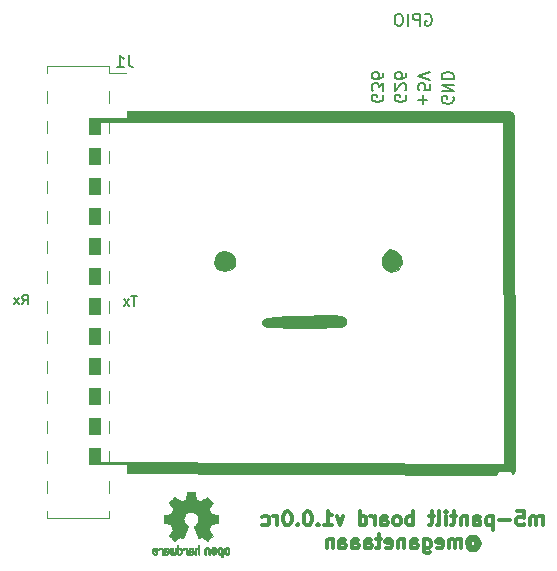
<source format=gbo>
G04 #@! TF.GenerationSoftware,KiCad,Pcbnew,7.0.7-7.0.7~ubuntu23.04.1*
G04 #@! TF.CreationDate,2023-09-19T04:43:27+00:00*
G04 #@! TF.ProjectId,m5-pantilt,6d352d70-616e-4746-996c-742e6b696361,1*
G04 #@! TF.SameCoordinates,Original*
G04 #@! TF.FileFunction,Legend,Bot*
G04 #@! TF.FilePolarity,Positive*
%FSLAX46Y46*%
G04 Gerber Fmt 4.6, Leading zero omitted, Abs format (unit mm)*
G04 Created by KiCad (PCBNEW 7.0.7-7.0.7~ubuntu23.04.1) date 2023-09-19 04:43:27*
%MOMM*%
%LPD*%
G01*
G04 APERTURE LIST*
%ADD10C,1.000000*%
%ADD11C,0.150000*%
%ADD12C,0.300000*%
%ADD13C,0.120000*%
%ADD14C,0.010000*%
%ADD15C,2.102000*%
%ADD16C,3.102000*%
%ADD17O,1.302000X1.852000*%
%ADD18O,1.802000X2.102000*%
%ADD19O,3.602000X2.302000*%
%ADD20O,2.602000X1.602000*%
%ADD21O,2.052000X1.802000*%
G04 APERTURE END LIST*
D10*
X107670800Y-89941600D02*
X107620000Y-60223600D01*
X142773600Y-90043200D02*
X107670800Y-89941600D01*
X142672000Y-60172800D02*
X142773600Y-90043200D01*
X107620000Y-60223600D02*
X142672000Y-60172800D01*
D11*
X101476189Y-76062295D02*
X101742856Y-75681342D01*
X101933332Y-76062295D02*
X101933332Y-75262295D01*
X101933332Y-75262295D02*
X101628570Y-75262295D01*
X101628570Y-75262295D02*
X101552380Y-75300390D01*
X101552380Y-75300390D02*
X101514285Y-75338485D01*
X101514285Y-75338485D02*
X101476189Y-75414676D01*
X101476189Y-75414676D02*
X101476189Y-75528961D01*
X101476189Y-75528961D02*
X101514285Y-75605152D01*
X101514285Y-75605152D02*
X101552380Y-75643247D01*
X101552380Y-75643247D02*
X101628570Y-75681342D01*
X101628570Y-75681342D02*
X101933332Y-75681342D01*
X101209523Y-76062295D02*
X100790475Y-75528961D01*
X101209523Y-75528961D02*
X100790475Y-76062295D01*
X135376133Y-59113220D02*
X135376133Y-58351316D01*
X134995180Y-58732268D02*
X135757085Y-58732268D01*
X135995180Y-57398935D02*
X135995180Y-57875125D01*
X135995180Y-57875125D02*
X135518990Y-57922744D01*
X135518990Y-57922744D02*
X135566609Y-57875125D01*
X135566609Y-57875125D02*
X135614228Y-57779887D01*
X135614228Y-57779887D02*
X135614228Y-57541792D01*
X135614228Y-57541792D02*
X135566609Y-57446554D01*
X135566609Y-57446554D02*
X135518990Y-57398935D01*
X135518990Y-57398935D02*
X135423752Y-57351316D01*
X135423752Y-57351316D02*
X135185657Y-57351316D01*
X135185657Y-57351316D02*
X135090419Y-57398935D01*
X135090419Y-57398935D02*
X135042800Y-57446554D01*
X135042800Y-57446554D02*
X134995180Y-57541792D01*
X134995180Y-57541792D02*
X134995180Y-57779887D01*
X134995180Y-57779887D02*
X135042800Y-57875125D01*
X135042800Y-57875125D02*
X135090419Y-57922744D01*
X135995180Y-57065601D02*
X134995180Y-56732268D01*
X134995180Y-56732268D02*
X135995180Y-56398935D01*
X137947561Y-58489411D02*
X137995180Y-58584649D01*
X137995180Y-58584649D02*
X137995180Y-58727506D01*
X137995180Y-58727506D02*
X137947561Y-58870363D01*
X137947561Y-58870363D02*
X137852323Y-58965601D01*
X137852323Y-58965601D02*
X137757085Y-59013220D01*
X137757085Y-59013220D02*
X137566609Y-59060839D01*
X137566609Y-59060839D02*
X137423752Y-59060839D01*
X137423752Y-59060839D02*
X137233276Y-59013220D01*
X137233276Y-59013220D02*
X137138038Y-58965601D01*
X137138038Y-58965601D02*
X137042800Y-58870363D01*
X137042800Y-58870363D02*
X136995180Y-58727506D01*
X136995180Y-58727506D02*
X136995180Y-58632268D01*
X136995180Y-58632268D02*
X137042800Y-58489411D01*
X137042800Y-58489411D02*
X137090419Y-58441792D01*
X137090419Y-58441792D02*
X137423752Y-58441792D01*
X137423752Y-58441792D02*
X137423752Y-58632268D01*
X136995180Y-58013220D02*
X137995180Y-58013220D01*
X137995180Y-58013220D02*
X136995180Y-57441792D01*
X136995180Y-57441792D02*
X137995180Y-57441792D01*
X136995180Y-56965601D02*
X137995180Y-56965601D01*
X137995180Y-56965601D02*
X137995180Y-56727506D01*
X137995180Y-56727506D02*
X137947561Y-56584649D01*
X137947561Y-56584649D02*
X137852323Y-56489411D01*
X137852323Y-56489411D02*
X137757085Y-56441792D01*
X137757085Y-56441792D02*
X137566609Y-56394173D01*
X137566609Y-56394173D02*
X137423752Y-56394173D01*
X137423752Y-56394173D02*
X137233276Y-56441792D01*
X137233276Y-56441792D02*
X137138038Y-56489411D01*
X137138038Y-56489411D02*
X137042800Y-56584649D01*
X137042800Y-56584649D02*
X136995180Y-56727506D01*
X136995180Y-56727506D02*
X136995180Y-56965601D01*
X133947561Y-58339411D02*
X133995180Y-58434649D01*
X133995180Y-58434649D02*
X133995180Y-58577506D01*
X133995180Y-58577506D02*
X133947561Y-58720363D01*
X133947561Y-58720363D02*
X133852323Y-58815601D01*
X133852323Y-58815601D02*
X133757085Y-58863220D01*
X133757085Y-58863220D02*
X133566609Y-58910839D01*
X133566609Y-58910839D02*
X133423752Y-58910839D01*
X133423752Y-58910839D02*
X133233276Y-58863220D01*
X133233276Y-58863220D02*
X133138038Y-58815601D01*
X133138038Y-58815601D02*
X133042800Y-58720363D01*
X133042800Y-58720363D02*
X132995180Y-58577506D01*
X132995180Y-58577506D02*
X132995180Y-58482268D01*
X132995180Y-58482268D02*
X133042800Y-58339411D01*
X133042800Y-58339411D02*
X133090419Y-58291792D01*
X133090419Y-58291792D02*
X133423752Y-58291792D01*
X133423752Y-58291792D02*
X133423752Y-58482268D01*
X133899942Y-57910839D02*
X133947561Y-57863220D01*
X133947561Y-57863220D02*
X133995180Y-57767982D01*
X133995180Y-57767982D02*
X133995180Y-57529887D01*
X133995180Y-57529887D02*
X133947561Y-57434649D01*
X133947561Y-57434649D02*
X133899942Y-57387030D01*
X133899942Y-57387030D02*
X133804704Y-57339411D01*
X133804704Y-57339411D02*
X133709466Y-57339411D01*
X133709466Y-57339411D02*
X133566609Y-57387030D01*
X133566609Y-57387030D02*
X132995180Y-57958458D01*
X132995180Y-57958458D02*
X132995180Y-57339411D01*
X133995180Y-56482268D02*
X133995180Y-56672744D01*
X133995180Y-56672744D02*
X133947561Y-56767982D01*
X133947561Y-56767982D02*
X133899942Y-56815601D01*
X133899942Y-56815601D02*
X133757085Y-56910839D01*
X133757085Y-56910839D02*
X133566609Y-56958458D01*
X133566609Y-56958458D02*
X133185657Y-56958458D01*
X133185657Y-56958458D02*
X133090419Y-56910839D01*
X133090419Y-56910839D02*
X133042800Y-56863220D01*
X133042800Y-56863220D02*
X132995180Y-56767982D01*
X132995180Y-56767982D02*
X132995180Y-56577506D01*
X132995180Y-56577506D02*
X133042800Y-56482268D01*
X133042800Y-56482268D02*
X133090419Y-56434649D01*
X133090419Y-56434649D02*
X133185657Y-56387030D01*
X133185657Y-56387030D02*
X133423752Y-56387030D01*
X133423752Y-56387030D02*
X133518990Y-56434649D01*
X133518990Y-56434649D02*
X133566609Y-56482268D01*
X133566609Y-56482268D02*
X133614228Y-56577506D01*
X133614228Y-56577506D02*
X133614228Y-56767982D01*
X133614228Y-56767982D02*
X133566609Y-56863220D01*
X133566609Y-56863220D02*
X133518990Y-56910839D01*
X133518990Y-56910839D02*
X133423752Y-56958458D01*
X135599999Y-51502438D02*
X135695237Y-51454819D01*
X135695237Y-51454819D02*
X135838094Y-51454819D01*
X135838094Y-51454819D02*
X135980951Y-51502438D01*
X135980951Y-51502438D02*
X136076189Y-51597676D01*
X136076189Y-51597676D02*
X136123808Y-51692914D01*
X136123808Y-51692914D02*
X136171427Y-51883390D01*
X136171427Y-51883390D02*
X136171427Y-52026247D01*
X136171427Y-52026247D02*
X136123808Y-52216723D01*
X136123808Y-52216723D02*
X136076189Y-52311961D01*
X136076189Y-52311961D02*
X135980951Y-52407200D01*
X135980951Y-52407200D02*
X135838094Y-52454819D01*
X135838094Y-52454819D02*
X135742856Y-52454819D01*
X135742856Y-52454819D02*
X135599999Y-52407200D01*
X135599999Y-52407200D02*
X135552380Y-52359580D01*
X135552380Y-52359580D02*
X135552380Y-52026247D01*
X135552380Y-52026247D02*
X135742856Y-52026247D01*
X135123808Y-52454819D02*
X135123808Y-51454819D01*
X135123808Y-51454819D02*
X134742856Y-51454819D01*
X134742856Y-51454819D02*
X134647618Y-51502438D01*
X134647618Y-51502438D02*
X134599999Y-51550057D01*
X134599999Y-51550057D02*
X134552380Y-51645295D01*
X134552380Y-51645295D02*
X134552380Y-51788152D01*
X134552380Y-51788152D02*
X134599999Y-51883390D01*
X134599999Y-51883390D02*
X134647618Y-51931009D01*
X134647618Y-51931009D02*
X134742856Y-51978628D01*
X134742856Y-51978628D02*
X135123808Y-51978628D01*
X134123808Y-52454819D02*
X134123808Y-51454819D01*
X133457142Y-51454819D02*
X133266666Y-51454819D01*
X133266666Y-51454819D02*
X133171428Y-51502438D01*
X133171428Y-51502438D02*
X133076190Y-51597676D01*
X133076190Y-51597676D02*
X133028571Y-51788152D01*
X133028571Y-51788152D02*
X133028571Y-52121485D01*
X133028571Y-52121485D02*
X133076190Y-52311961D01*
X133076190Y-52311961D02*
X133171428Y-52407200D01*
X133171428Y-52407200D02*
X133266666Y-52454819D01*
X133266666Y-52454819D02*
X133457142Y-52454819D01*
X133457142Y-52454819D02*
X133552380Y-52407200D01*
X133552380Y-52407200D02*
X133647618Y-52311961D01*
X133647618Y-52311961D02*
X133695237Y-52121485D01*
X133695237Y-52121485D02*
X133695237Y-51788152D01*
X133695237Y-51788152D02*
X133647618Y-51597676D01*
X133647618Y-51597676D02*
X133552380Y-51502438D01*
X133552380Y-51502438D02*
X133457142Y-51454819D01*
D12*
X145528569Y-94773542D02*
X145528569Y-93973542D01*
X145528569Y-94087828D02*
X145471426Y-94030685D01*
X145471426Y-94030685D02*
X145357141Y-93973542D01*
X145357141Y-93973542D02*
X145185712Y-93973542D01*
X145185712Y-93973542D02*
X145071426Y-94030685D01*
X145071426Y-94030685D02*
X145014284Y-94144971D01*
X145014284Y-94144971D02*
X145014284Y-94773542D01*
X145014284Y-94144971D02*
X144957141Y-94030685D01*
X144957141Y-94030685D02*
X144842855Y-93973542D01*
X144842855Y-93973542D02*
X144671426Y-93973542D01*
X144671426Y-93973542D02*
X144557141Y-94030685D01*
X144557141Y-94030685D02*
X144499998Y-94144971D01*
X144499998Y-94144971D02*
X144499998Y-94773542D01*
X143357141Y-93573542D02*
X143928569Y-93573542D01*
X143928569Y-93573542D02*
X143985712Y-94144971D01*
X143985712Y-94144971D02*
X143928569Y-94087828D01*
X143928569Y-94087828D02*
X143814284Y-94030685D01*
X143814284Y-94030685D02*
X143528569Y-94030685D01*
X143528569Y-94030685D02*
X143414284Y-94087828D01*
X143414284Y-94087828D02*
X143357141Y-94144971D01*
X143357141Y-94144971D02*
X143299998Y-94259257D01*
X143299998Y-94259257D02*
X143299998Y-94544971D01*
X143299998Y-94544971D02*
X143357141Y-94659257D01*
X143357141Y-94659257D02*
X143414284Y-94716400D01*
X143414284Y-94716400D02*
X143528569Y-94773542D01*
X143528569Y-94773542D02*
X143814284Y-94773542D01*
X143814284Y-94773542D02*
X143928569Y-94716400D01*
X143928569Y-94716400D02*
X143985712Y-94659257D01*
X142785712Y-94316400D02*
X141871427Y-94316400D01*
X141299998Y-93973542D02*
X141299998Y-95173542D01*
X141299998Y-94030685D02*
X141185713Y-93973542D01*
X141185713Y-93973542D02*
X140957141Y-93973542D01*
X140957141Y-93973542D02*
X140842855Y-94030685D01*
X140842855Y-94030685D02*
X140785713Y-94087828D01*
X140785713Y-94087828D02*
X140728570Y-94202114D01*
X140728570Y-94202114D02*
X140728570Y-94544971D01*
X140728570Y-94544971D02*
X140785713Y-94659257D01*
X140785713Y-94659257D02*
X140842855Y-94716400D01*
X140842855Y-94716400D02*
X140957141Y-94773542D01*
X140957141Y-94773542D02*
X141185713Y-94773542D01*
X141185713Y-94773542D02*
X141299998Y-94716400D01*
X139699999Y-94773542D02*
X139699999Y-94144971D01*
X139699999Y-94144971D02*
X139757141Y-94030685D01*
X139757141Y-94030685D02*
X139871427Y-93973542D01*
X139871427Y-93973542D02*
X140099999Y-93973542D01*
X140099999Y-93973542D02*
X140214284Y-94030685D01*
X139699999Y-94716400D02*
X139814284Y-94773542D01*
X139814284Y-94773542D02*
X140099999Y-94773542D01*
X140099999Y-94773542D02*
X140214284Y-94716400D01*
X140214284Y-94716400D02*
X140271427Y-94602114D01*
X140271427Y-94602114D02*
X140271427Y-94487828D01*
X140271427Y-94487828D02*
X140214284Y-94373542D01*
X140214284Y-94373542D02*
X140099999Y-94316400D01*
X140099999Y-94316400D02*
X139814284Y-94316400D01*
X139814284Y-94316400D02*
X139699999Y-94259257D01*
X139128570Y-93973542D02*
X139128570Y-94773542D01*
X139128570Y-94087828D02*
X139071427Y-94030685D01*
X139071427Y-94030685D02*
X138957142Y-93973542D01*
X138957142Y-93973542D02*
X138785713Y-93973542D01*
X138785713Y-93973542D02*
X138671427Y-94030685D01*
X138671427Y-94030685D02*
X138614285Y-94144971D01*
X138614285Y-94144971D02*
X138614285Y-94773542D01*
X138214285Y-93973542D02*
X137757142Y-93973542D01*
X138042856Y-93573542D02*
X138042856Y-94602114D01*
X138042856Y-94602114D02*
X137985713Y-94716400D01*
X137985713Y-94716400D02*
X137871428Y-94773542D01*
X137871428Y-94773542D02*
X137757142Y-94773542D01*
X137357142Y-94773542D02*
X137357142Y-93973542D01*
X137357142Y-93573542D02*
X137414285Y-93630685D01*
X137414285Y-93630685D02*
X137357142Y-93687828D01*
X137357142Y-93687828D02*
X137299999Y-93630685D01*
X137299999Y-93630685D02*
X137357142Y-93573542D01*
X137357142Y-93573542D02*
X137357142Y-93687828D01*
X136614285Y-94773542D02*
X136728570Y-94716400D01*
X136728570Y-94716400D02*
X136785713Y-94602114D01*
X136785713Y-94602114D02*
X136785713Y-93573542D01*
X136328571Y-93973542D02*
X135871428Y-93973542D01*
X136157142Y-93573542D02*
X136157142Y-94602114D01*
X136157142Y-94602114D02*
X136099999Y-94716400D01*
X136099999Y-94716400D02*
X135985714Y-94773542D01*
X135985714Y-94773542D02*
X135871428Y-94773542D01*
X134557142Y-94773542D02*
X134557142Y-93573542D01*
X134557142Y-94030685D02*
X134442857Y-93973542D01*
X134442857Y-93973542D02*
X134214285Y-93973542D01*
X134214285Y-93973542D02*
X134099999Y-94030685D01*
X134099999Y-94030685D02*
X134042857Y-94087828D01*
X134042857Y-94087828D02*
X133985714Y-94202114D01*
X133985714Y-94202114D02*
X133985714Y-94544971D01*
X133985714Y-94544971D02*
X134042857Y-94659257D01*
X134042857Y-94659257D02*
X134099999Y-94716400D01*
X134099999Y-94716400D02*
X134214285Y-94773542D01*
X134214285Y-94773542D02*
X134442857Y-94773542D01*
X134442857Y-94773542D02*
X134557142Y-94716400D01*
X133300000Y-94773542D02*
X133414285Y-94716400D01*
X133414285Y-94716400D02*
X133471428Y-94659257D01*
X133471428Y-94659257D02*
X133528571Y-94544971D01*
X133528571Y-94544971D02*
X133528571Y-94202114D01*
X133528571Y-94202114D02*
X133471428Y-94087828D01*
X133471428Y-94087828D02*
X133414285Y-94030685D01*
X133414285Y-94030685D02*
X133300000Y-93973542D01*
X133300000Y-93973542D02*
X133128571Y-93973542D01*
X133128571Y-93973542D02*
X133014285Y-94030685D01*
X133014285Y-94030685D02*
X132957143Y-94087828D01*
X132957143Y-94087828D02*
X132900000Y-94202114D01*
X132900000Y-94202114D02*
X132900000Y-94544971D01*
X132900000Y-94544971D02*
X132957143Y-94659257D01*
X132957143Y-94659257D02*
X133014285Y-94716400D01*
X133014285Y-94716400D02*
X133128571Y-94773542D01*
X133128571Y-94773542D02*
X133300000Y-94773542D01*
X131871429Y-94773542D02*
X131871429Y-94144971D01*
X131871429Y-94144971D02*
X131928571Y-94030685D01*
X131928571Y-94030685D02*
X132042857Y-93973542D01*
X132042857Y-93973542D02*
X132271429Y-93973542D01*
X132271429Y-93973542D02*
X132385714Y-94030685D01*
X131871429Y-94716400D02*
X131985714Y-94773542D01*
X131985714Y-94773542D02*
X132271429Y-94773542D01*
X132271429Y-94773542D02*
X132385714Y-94716400D01*
X132385714Y-94716400D02*
X132442857Y-94602114D01*
X132442857Y-94602114D02*
X132442857Y-94487828D01*
X132442857Y-94487828D02*
X132385714Y-94373542D01*
X132385714Y-94373542D02*
X132271429Y-94316400D01*
X132271429Y-94316400D02*
X131985714Y-94316400D01*
X131985714Y-94316400D02*
X131871429Y-94259257D01*
X131300000Y-94773542D02*
X131300000Y-93973542D01*
X131300000Y-94202114D02*
X131242857Y-94087828D01*
X131242857Y-94087828D02*
X131185715Y-94030685D01*
X131185715Y-94030685D02*
X131071429Y-93973542D01*
X131071429Y-93973542D02*
X130957143Y-93973542D01*
X130042858Y-94773542D02*
X130042858Y-93573542D01*
X130042858Y-94716400D02*
X130157143Y-94773542D01*
X130157143Y-94773542D02*
X130385715Y-94773542D01*
X130385715Y-94773542D02*
X130500000Y-94716400D01*
X130500000Y-94716400D02*
X130557143Y-94659257D01*
X130557143Y-94659257D02*
X130614286Y-94544971D01*
X130614286Y-94544971D02*
X130614286Y-94202114D01*
X130614286Y-94202114D02*
X130557143Y-94087828D01*
X130557143Y-94087828D02*
X130500000Y-94030685D01*
X130500000Y-94030685D02*
X130385715Y-93973542D01*
X130385715Y-93973542D02*
X130157143Y-93973542D01*
X130157143Y-93973542D02*
X130042858Y-94030685D01*
X128671429Y-93973542D02*
X128385715Y-94773542D01*
X128385715Y-94773542D02*
X128100000Y-93973542D01*
X127014286Y-94773542D02*
X127700000Y-94773542D01*
X127357143Y-94773542D02*
X127357143Y-93573542D01*
X127357143Y-93573542D02*
X127471429Y-93744971D01*
X127471429Y-93744971D02*
X127585714Y-93859257D01*
X127585714Y-93859257D02*
X127700000Y-93916400D01*
X126500000Y-94659257D02*
X126442857Y-94716400D01*
X126442857Y-94716400D02*
X126500000Y-94773542D01*
X126500000Y-94773542D02*
X126557143Y-94716400D01*
X126557143Y-94716400D02*
X126500000Y-94659257D01*
X126500000Y-94659257D02*
X126500000Y-94773542D01*
X125700000Y-93573542D02*
X125585714Y-93573542D01*
X125585714Y-93573542D02*
X125471428Y-93630685D01*
X125471428Y-93630685D02*
X125414286Y-93687828D01*
X125414286Y-93687828D02*
X125357143Y-93802114D01*
X125357143Y-93802114D02*
X125300000Y-94030685D01*
X125300000Y-94030685D02*
X125300000Y-94316400D01*
X125300000Y-94316400D02*
X125357143Y-94544971D01*
X125357143Y-94544971D02*
X125414286Y-94659257D01*
X125414286Y-94659257D02*
X125471428Y-94716400D01*
X125471428Y-94716400D02*
X125585714Y-94773542D01*
X125585714Y-94773542D02*
X125700000Y-94773542D01*
X125700000Y-94773542D02*
X125814286Y-94716400D01*
X125814286Y-94716400D02*
X125871428Y-94659257D01*
X125871428Y-94659257D02*
X125928571Y-94544971D01*
X125928571Y-94544971D02*
X125985714Y-94316400D01*
X125985714Y-94316400D02*
X125985714Y-94030685D01*
X125985714Y-94030685D02*
X125928571Y-93802114D01*
X125928571Y-93802114D02*
X125871428Y-93687828D01*
X125871428Y-93687828D02*
X125814286Y-93630685D01*
X125814286Y-93630685D02*
X125700000Y-93573542D01*
X124785714Y-94659257D02*
X124728571Y-94716400D01*
X124728571Y-94716400D02*
X124785714Y-94773542D01*
X124785714Y-94773542D02*
X124842857Y-94716400D01*
X124842857Y-94716400D02*
X124785714Y-94659257D01*
X124785714Y-94659257D02*
X124785714Y-94773542D01*
X123985714Y-93573542D02*
X123871428Y-93573542D01*
X123871428Y-93573542D02*
X123757142Y-93630685D01*
X123757142Y-93630685D02*
X123700000Y-93687828D01*
X123700000Y-93687828D02*
X123642857Y-93802114D01*
X123642857Y-93802114D02*
X123585714Y-94030685D01*
X123585714Y-94030685D02*
X123585714Y-94316400D01*
X123585714Y-94316400D02*
X123642857Y-94544971D01*
X123642857Y-94544971D02*
X123700000Y-94659257D01*
X123700000Y-94659257D02*
X123757142Y-94716400D01*
X123757142Y-94716400D02*
X123871428Y-94773542D01*
X123871428Y-94773542D02*
X123985714Y-94773542D01*
X123985714Y-94773542D02*
X124100000Y-94716400D01*
X124100000Y-94716400D02*
X124157142Y-94659257D01*
X124157142Y-94659257D02*
X124214285Y-94544971D01*
X124214285Y-94544971D02*
X124271428Y-94316400D01*
X124271428Y-94316400D02*
X124271428Y-94030685D01*
X124271428Y-94030685D02*
X124214285Y-93802114D01*
X124214285Y-93802114D02*
X124157142Y-93687828D01*
X124157142Y-93687828D02*
X124100000Y-93630685D01*
X124100000Y-93630685D02*
X123985714Y-93573542D01*
X123071428Y-94773542D02*
X123071428Y-93973542D01*
X123071428Y-94202114D02*
X123014285Y-94087828D01*
X123014285Y-94087828D02*
X122957143Y-94030685D01*
X122957143Y-94030685D02*
X122842857Y-93973542D01*
X122842857Y-93973542D02*
X122728571Y-93973542D01*
X121814286Y-94716400D02*
X121928571Y-94773542D01*
X121928571Y-94773542D02*
X122157143Y-94773542D01*
X122157143Y-94773542D02*
X122271428Y-94716400D01*
X122271428Y-94716400D02*
X122328571Y-94659257D01*
X122328571Y-94659257D02*
X122385714Y-94544971D01*
X122385714Y-94544971D02*
X122385714Y-94202114D01*
X122385714Y-94202114D02*
X122328571Y-94087828D01*
X122328571Y-94087828D02*
X122271428Y-94030685D01*
X122271428Y-94030685D02*
X122157143Y-93973542D01*
X122157143Y-93973542D02*
X121928571Y-93973542D01*
X121928571Y-93973542D02*
X121814286Y-94030685D01*
X139414283Y-96134114D02*
X139471426Y-96076971D01*
X139471426Y-96076971D02*
X139585712Y-96019828D01*
X139585712Y-96019828D02*
X139699997Y-96019828D01*
X139699997Y-96019828D02*
X139814283Y-96076971D01*
X139814283Y-96076971D02*
X139871426Y-96134114D01*
X139871426Y-96134114D02*
X139928569Y-96248400D01*
X139928569Y-96248400D02*
X139928569Y-96362685D01*
X139928569Y-96362685D02*
X139871426Y-96476971D01*
X139871426Y-96476971D02*
X139814283Y-96534114D01*
X139814283Y-96534114D02*
X139699997Y-96591257D01*
X139699997Y-96591257D02*
X139585712Y-96591257D01*
X139585712Y-96591257D02*
X139471426Y-96534114D01*
X139471426Y-96534114D02*
X139414283Y-96476971D01*
X139414283Y-96019828D02*
X139414283Y-96476971D01*
X139414283Y-96476971D02*
X139357140Y-96534114D01*
X139357140Y-96534114D02*
X139299997Y-96534114D01*
X139299997Y-96534114D02*
X139185712Y-96476971D01*
X139185712Y-96476971D02*
X139128569Y-96362685D01*
X139128569Y-96362685D02*
X139128569Y-96076971D01*
X139128569Y-96076971D02*
X139242855Y-95905542D01*
X139242855Y-95905542D02*
X139414283Y-95791257D01*
X139414283Y-95791257D02*
X139642855Y-95734114D01*
X139642855Y-95734114D02*
X139871426Y-95791257D01*
X139871426Y-95791257D02*
X140042855Y-95905542D01*
X140042855Y-95905542D02*
X140157140Y-96076971D01*
X140157140Y-96076971D02*
X140214283Y-96305542D01*
X140214283Y-96305542D02*
X140157140Y-96534114D01*
X140157140Y-96534114D02*
X140042855Y-96705542D01*
X140042855Y-96705542D02*
X139871426Y-96819828D01*
X139871426Y-96819828D02*
X139642855Y-96876971D01*
X139642855Y-96876971D02*
X139414283Y-96819828D01*
X139414283Y-96819828D02*
X139242855Y-96705542D01*
X138614283Y-96705542D02*
X138614283Y-95905542D01*
X138614283Y-96019828D02*
X138557140Y-95962685D01*
X138557140Y-95962685D02*
X138442855Y-95905542D01*
X138442855Y-95905542D02*
X138271426Y-95905542D01*
X138271426Y-95905542D02*
X138157140Y-95962685D01*
X138157140Y-95962685D02*
X138099998Y-96076971D01*
X138099998Y-96076971D02*
X138099998Y-96705542D01*
X138099998Y-96076971D02*
X138042855Y-95962685D01*
X138042855Y-95962685D02*
X137928569Y-95905542D01*
X137928569Y-95905542D02*
X137757140Y-95905542D01*
X137757140Y-95905542D02*
X137642855Y-95962685D01*
X137642855Y-95962685D02*
X137585712Y-96076971D01*
X137585712Y-96076971D02*
X137585712Y-96705542D01*
X136557140Y-96648400D02*
X136671426Y-96705542D01*
X136671426Y-96705542D02*
X136899998Y-96705542D01*
X136899998Y-96705542D02*
X137014283Y-96648400D01*
X137014283Y-96648400D02*
X137071426Y-96534114D01*
X137071426Y-96534114D02*
X137071426Y-96076971D01*
X137071426Y-96076971D02*
X137014283Y-95962685D01*
X137014283Y-95962685D02*
X136899998Y-95905542D01*
X136899998Y-95905542D02*
X136671426Y-95905542D01*
X136671426Y-95905542D02*
X136557140Y-95962685D01*
X136557140Y-95962685D02*
X136499998Y-96076971D01*
X136499998Y-96076971D02*
X136499998Y-96191257D01*
X136499998Y-96191257D02*
X137071426Y-96305542D01*
X135471427Y-95905542D02*
X135471427Y-96876971D01*
X135471427Y-96876971D02*
X135528569Y-96991257D01*
X135528569Y-96991257D02*
X135585712Y-97048400D01*
X135585712Y-97048400D02*
X135699998Y-97105542D01*
X135699998Y-97105542D02*
X135871427Y-97105542D01*
X135871427Y-97105542D02*
X135985712Y-97048400D01*
X135471427Y-96648400D02*
X135585712Y-96705542D01*
X135585712Y-96705542D02*
X135814284Y-96705542D01*
X135814284Y-96705542D02*
X135928569Y-96648400D01*
X135928569Y-96648400D02*
X135985712Y-96591257D01*
X135985712Y-96591257D02*
X136042855Y-96476971D01*
X136042855Y-96476971D02*
X136042855Y-96134114D01*
X136042855Y-96134114D02*
X135985712Y-96019828D01*
X135985712Y-96019828D02*
X135928569Y-95962685D01*
X135928569Y-95962685D02*
X135814284Y-95905542D01*
X135814284Y-95905542D02*
X135585712Y-95905542D01*
X135585712Y-95905542D02*
X135471427Y-95962685D01*
X134385713Y-96705542D02*
X134385713Y-96076971D01*
X134385713Y-96076971D02*
X134442855Y-95962685D01*
X134442855Y-95962685D02*
X134557141Y-95905542D01*
X134557141Y-95905542D02*
X134785713Y-95905542D01*
X134785713Y-95905542D02*
X134899998Y-95962685D01*
X134385713Y-96648400D02*
X134499998Y-96705542D01*
X134499998Y-96705542D02*
X134785713Y-96705542D01*
X134785713Y-96705542D02*
X134899998Y-96648400D01*
X134899998Y-96648400D02*
X134957141Y-96534114D01*
X134957141Y-96534114D02*
X134957141Y-96419828D01*
X134957141Y-96419828D02*
X134899998Y-96305542D01*
X134899998Y-96305542D02*
X134785713Y-96248400D01*
X134785713Y-96248400D02*
X134499998Y-96248400D01*
X134499998Y-96248400D02*
X134385713Y-96191257D01*
X133814284Y-95905542D02*
X133814284Y-96705542D01*
X133814284Y-96019828D02*
X133757141Y-95962685D01*
X133757141Y-95962685D02*
X133642856Y-95905542D01*
X133642856Y-95905542D02*
X133471427Y-95905542D01*
X133471427Y-95905542D02*
X133357141Y-95962685D01*
X133357141Y-95962685D02*
X133299999Y-96076971D01*
X133299999Y-96076971D02*
X133299999Y-96705542D01*
X132271427Y-96648400D02*
X132385713Y-96705542D01*
X132385713Y-96705542D02*
X132614285Y-96705542D01*
X132614285Y-96705542D02*
X132728570Y-96648400D01*
X132728570Y-96648400D02*
X132785713Y-96534114D01*
X132785713Y-96534114D02*
X132785713Y-96076971D01*
X132785713Y-96076971D02*
X132728570Y-95962685D01*
X132728570Y-95962685D02*
X132614285Y-95905542D01*
X132614285Y-95905542D02*
X132385713Y-95905542D01*
X132385713Y-95905542D02*
X132271427Y-95962685D01*
X132271427Y-95962685D02*
X132214285Y-96076971D01*
X132214285Y-96076971D02*
X132214285Y-96191257D01*
X132214285Y-96191257D02*
X132785713Y-96305542D01*
X131871428Y-95905542D02*
X131414285Y-95905542D01*
X131699999Y-95505542D02*
X131699999Y-96534114D01*
X131699999Y-96534114D02*
X131642856Y-96648400D01*
X131642856Y-96648400D02*
X131528571Y-96705542D01*
X131528571Y-96705542D02*
X131414285Y-96705542D01*
X130500000Y-96705542D02*
X130500000Y-96076971D01*
X130500000Y-96076971D02*
X130557142Y-95962685D01*
X130557142Y-95962685D02*
X130671428Y-95905542D01*
X130671428Y-95905542D02*
X130900000Y-95905542D01*
X130900000Y-95905542D02*
X131014285Y-95962685D01*
X130500000Y-96648400D02*
X130614285Y-96705542D01*
X130614285Y-96705542D02*
X130900000Y-96705542D01*
X130900000Y-96705542D02*
X131014285Y-96648400D01*
X131014285Y-96648400D02*
X131071428Y-96534114D01*
X131071428Y-96534114D02*
X131071428Y-96419828D01*
X131071428Y-96419828D02*
X131014285Y-96305542D01*
X131014285Y-96305542D02*
X130900000Y-96248400D01*
X130900000Y-96248400D02*
X130614285Y-96248400D01*
X130614285Y-96248400D02*
X130500000Y-96191257D01*
X129414286Y-96705542D02*
X129414286Y-96076971D01*
X129414286Y-96076971D02*
X129471428Y-95962685D01*
X129471428Y-95962685D02*
X129585714Y-95905542D01*
X129585714Y-95905542D02*
X129814286Y-95905542D01*
X129814286Y-95905542D02*
X129928571Y-95962685D01*
X129414286Y-96648400D02*
X129528571Y-96705542D01*
X129528571Y-96705542D02*
X129814286Y-96705542D01*
X129814286Y-96705542D02*
X129928571Y-96648400D01*
X129928571Y-96648400D02*
X129985714Y-96534114D01*
X129985714Y-96534114D02*
X129985714Y-96419828D01*
X129985714Y-96419828D02*
X129928571Y-96305542D01*
X129928571Y-96305542D02*
X129814286Y-96248400D01*
X129814286Y-96248400D02*
X129528571Y-96248400D01*
X129528571Y-96248400D02*
X129414286Y-96191257D01*
X128328572Y-96705542D02*
X128328572Y-96076971D01*
X128328572Y-96076971D02*
X128385714Y-95962685D01*
X128385714Y-95962685D02*
X128500000Y-95905542D01*
X128500000Y-95905542D02*
X128728572Y-95905542D01*
X128728572Y-95905542D02*
X128842857Y-95962685D01*
X128328572Y-96648400D02*
X128442857Y-96705542D01*
X128442857Y-96705542D02*
X128728572Y-96705542D01*
X128728572Y-96705542D02*
X128842857Y-96648400D01*
X128842857Y-96648400D02*
X128900000Y-96534114D01*
X128900000Y-96534114D02*
X128900000Y-96419828D01*
X128900000Y-96419828D02*
X128842857Y-96305542D01*
X128842857Y-96305542D02*
X128728572Y-96248400D01*
X128728572Y-96248400D02*
X128442857Y-96248400D01*
X128442857Y-96248400D02*
X128328572Y-96191257D01*
X127757143Y-95905542D02*
X127757143Y-96705542D01*
X127757143Y-96019828D02*
X127700000Y-95962685D01*
X127700000Y-95962685D02*
X127585715Y-95905542D01*
X127585715Y-95905542D02*
X127414286Y-95905542D01*
X127414286Y-95905542D02*
X127300000Y-95962685D01*
X127300000Y-95962685D02*
X127242858Y-96076971D01*
X127242858Y-96076971D02*
X127242858Y-96705542D01*
D11*
X131997561Y-58339411D02*
X132045180Y-58434649D01*
X132045180Y-58434649D02*
X132045180Y-58577506D01*
X132045180Y-58577506D02*
X131997561Y-58720363D01*
X131997561Y-58720363D02*
X131902323Y-58815601D01*
X131902323Y-58815601D02*
X131807085Y-58863220D01*
X131807085Y-58863220D02*
X131616609Y-58910839D01*
X131616609Y-58910839D02*
X131473752Y-58910839D01*
X131473752Y-58910839D02*
X131283276Y-58863220D01*
X131283276Y-58863220D02*
X131188038Y-58815601D01*
X131188038Y-58815601D02*
X131092800Y-58720363D01*
X131092800Y-58720363D02*
X131045180Y-58577506D01*
X131045180Y-58577506D02*
X131045180Y-58482268D01*
X131045180Y-58482268D02*
X131092800Y-58339411D01*
X131092800Y-58339411D02*
X131140419Y-58291792D01*
X131140419Y-58291792D02*
X131473752Y-58291792D01*
X131473752Y-58291792D02*
X131473752Y-58482268D01*
X132045180Y-57958458D02*
X132045180Y-57339411D01*
X132045180Y-57339411D02*
X131664228Y-57672744D01*
X131664228Y-57672744D02*
X131664228Y-57529887D01*
X131664228Y-57529887D02*
X131616609Y-57434649D01*
X131616609Y-57434649D02*
X131568990Y-57387030D01*
X131568990Y-57387030D02*
X131473752Y-57339411D01*
X131473752Y-57339411D02*
X131235657Y-57339411D01*
X131235657Y-57339411D02*
X131140419Y-57387030D01*
X131140419Y-57387030D02*
X131092800Y-57434649D01*
X131092800Y-57434649D02*
X131045180Y-57529887D01*
X131045180Y-57529887D02*
X131045180Y-57815601D01*
X131045180Y-57815601D02*
X131092800Y-57910839D01*
X131092800Y-57910839D02*
X131140419Y-57958458D01*
X132045180Y-56482268D02*
X132045180Y-56672744D01*
X132045180Y-56672744D02*
X131997561Y-56767982D01*
X131997561Y-56767982D02*
X131949942Y-56815601D01*
X131949942Y-56815601D02*
X131807085Y-56910839D01*
X131807085Y-56910839D02*
X131616609Y-56958458D01*
X131616609Y-56958458D02*
X131235657Y-56958458D01*
X131235657Y-56958458D02*
X131140419Y-56910839D01*
X131140419Y-56910839D02*
X131092800Y-56863220D01*
X131092800Y-56863220D02*
X131045180Y-56767982D01*
X131045180Y-56767982D02*
X131045180Y-56577506D01*
X131045180Y-56577506D02*
X131092800Y-56482268D01*
X131092800Y-56482268D02*
X131140419Y-56434649D01*
X131140419Y-56434649D02*
X131235657Y-56387030D01*
X131235657Y-56387030D02*
X131473752Y-56387030D01*
X131473752Y-56387030D02*
X131568990Y-56434649D01*
X131568990Y-56434649D02*
X131616609Y-56482268D01*
X131616609Y-56482268D02*
X131664228Y-56577506D01*
X131664228Y-56577506D02*
X131664228Y-56767982D01*
X131664228Y-56767982D02*
X131616609Y-56863220D01*
X131616609Y-56863220D02*
X131568990Y-56910839D01*
X131568990Y-56910839D02*
X131473752Y-56958458D01*
X111152380Y-75362295D02*
X110695237Y-75362295D01*
X110923809Y-76162295D02*
X110923809Y-75362295D01*
X110504761Y-76162295D02*
X110085713Y-75628961D01*
X110504761Y-75628961D02*
X110085713Y-76162295D01*
X110493333Y-54954019D02*
X110493333Y-55668304D01*
X110493333Y-55668304D02*
X110540952Y-55811161D01*
X110540952Y-55811161D02*
X110636190Y-55906400D01*
X110636190Y-55906400D02*
X110779047Y-55954019D01*
X110779047Y-55954019D02*
X110874285Y-55954019D01*
X109493333Y-55954019D02*
X110064761Y-55954019D01*
X109779047Y-55954019D02*
X109779047Y-54954019D01*
X109779047Y-54954019D02*
X109874285Y-55096876D01*
X109874285Y-55096876D02*
X109969523Y-55192114D01*
X109969523Y-55192114D02*
X110064761Y-55239733D01*
D13*
X110240000Y-56460000D02*
X108800000Y-56460000D01*
X108800000Y-94110000D02*
X103600000Y-94110000D01*
X108800000Y-93540000D02*
X108800000Y-94110000D01*
X108800000Y-91000000D02*
X108800000Y-92020000D01*
X108800000Y-88460000D02*
X108800000Y-89480000D01*
X108800000Y-85920000D02*
X108800000Y-86940000D01*
X108800000Y-83380000D02*
X108800000Y-84400000D01*
X108800000Y-80840000D02*
X108800000Y-81860000D01*
X108800000Y-78300000D02*
X108800000Y-79320000D01*
X108800000Y-75760000D02*
X108800000Y-76780000D01*
X108800000Y-73220000D02*
X108800000Y-74240000D01*
X108800000Y-70680000D02*
X108800000Y-71700000D01*
X108800000Y-68140000D02*
X108800000Y-69160000D01*
X108800000Y-65600000D02*
X108800000Y-66620000D01*
X108800000Y-63060000D02*
X108800000Y-64080000D01*
X108800000Y-60520000D02*
X108800000Y-61540000D01*
X108800000Y-57980000D02*
X108800000Y-59000000D01*
X108800000Y-55890000D02*
X108800000Y-56460000D01*
X108800000Y-55890000D02*
X103600000Y-55890000D01*
X103600000Y-93540000D02*
X103600000Y-94110000D01*
X103600000Y-91000000D02*
X103600000Y-92020000D01*
X103600000Y-88460000D02*
X103600000Y-89480000D01*
X103600000Y-85920000D02*
X103600000Y-86940000D01*
X103600000Y-83380000D02*
X103600000Y-84400000D01*
X103600000Y-80840000D02*
X103600000Y-81860000D01*
X103600000Y-78300000D02*
X103600000Y-79320000D01*
X103600000Y-75760000D02*
X103600000Y-76780000D01*
X103600000Y-73220000D02*
X103600000Y-74240000D01*
X103600000Y-70680000D02*
X103600000Y-71700000D01*
X103600000Y-68140000D02*
X103600000Y-69160000D01*
X103600000Y-65600000D02*
X103600000Y-66620000D01*
X103600000Y-63060000D02*
X103600000Y-64080000D01*
X103600000Y-60520000D02*
X103600000Y-61540000D01*
X103600000Y-57980000D02*
X103600000Y-59000000D01*
X103600000Y-55890000D02*
X103600000Y-56460000D01*
D14*
X133146685Y-71518625D02*
X133574801Y-71980693D01*
X133661645Y-72592955D01*
X133316939Y-73117483D01*
X132736981Y-73321172D01*
X132239118Y-73137436D01*
X131933362Y-72694573D01*
X131914605Y-72132104D01*
X132277738Y-71589547D01*
X132620489Y-71396637D01*
X133146685Y-71518625D01*
G36*
X133146685Y-71518625D02*
G01*
X133574801Y-71980693D01*
X133661645Y-72592955D01*
X133316939Y-73117483D01*
X132736981Y-73321172D01*
X132239118Y-73137436D01*
X131933362Y-72694573D01*
X131914605Y-72132104D01*
X132277738Y-71589547D01*
X132620489Y-71396637D01*
X133146685Y-71518625D01*
G37*
X119173307Y-71707297D02*
X119497827Y-72161358D01*
X119472584Y-72774963D01*
X119211704Y-73055476D01*
X118619537Y-73212357D01*
X117997754Y-73024905D01*
X117710943Y-72538370D01*
X117870862Y-71906016D01*
X118130009Y-71633164D01*
X118662782Y-71501619D01*
X119173307Y-71707297D01*
G36*
X119173307Y-71707297D02*
G01*
X119497827Y-72161358D01*
X119472584Y-72774963D01*
X119211704Y-73055476D01*
X118619537Y-73212357D01*
X117997754Y-73024905D01*
X117710943Y-72538370D01*
X117870862Y-71906016D01*
X118130009Y-71633164D01*
X118662782Y-71501619D01*
X119173307Y-71707297D01*
G37*
X127831728Y-76988773D02*
X128431764Y-77027735D01*
X128755633Y-77115554D01*
X128887922Y-77263412D01*
X128913221Y-77482492D01*
X128913101Y-77505579D01*
X128879603Y-77716301D01*
X128728916Y-77860717D01*
X128377533Y-77951311D01*
X127741948Y-78000565D01*
X126738653Y-78020964D01*
X125284143Y-78024989D01*
X124072278Y-78021710D01*
X122986885Y-78002754D01*
X122291558Y-77957406D01*
X121906180Y-77875074D01*
X121750636Y-77745167D01*
X121744812Y-77557094D01*
X121776879Y-77452672D01*
X121934958Y-77289927D01*
X122289007Y-77177408D01*
X122923717Y-77102453D01*
X123923781Y-77052403D01*
X125373890Y-77014597D01*
X125464797Y-77012686D01*
X126870936Y-76987484D01*
X127831728Y-76988773D01*
G36*
X127831728Y-76988773D02*
G01*
X128431764Y-77027735D01*
X128755633Y-77115554D01*
X128887922Y-77263412D01*
X128913221Y-77482492D01*
X128913101Y-77505579D01*
X128879603Y-77716301D01*
X128728916Y-77860717D01*
X128377533Y-77951311D01*
X127741948Y-78000565D01*
X126738653Y-78020964D01*
X125284143Y-78024989D01*
X124072278Y-78021710D01*
X122986885Y-78002754D01*
X122291558Y-77957406D01*
X121906180Y-77875074D01*
X121750636Y-77745167D01*
X121744812Y-77557094D01*
X121776879Y-77452672D01*
X121934958Y-77289927D01*
X122289007Y-77177408D01*
X122923717Y-77102453D01*
X123923781Y-77052403D01*
X125373890Y-77014597D01*
X125464797Y-77012686D01*
X126870936Y-76987484D01*
X127831728Y-76988773D01*
G37*
X113232829Y-96651097D02*
X113292753Y-96673355D01*
X113317673Y-96690080D01*
X113342910Y-96714043D01*
X113360912Y-96744526D01*
X113372858Y-96786023D01*
X113379930Y-96843032D01*
X113383308Y-96920047D01*
X113384171Y-97021565D01*
X113384002Y-97074027D01*
X113383153Y-97145715D01*
X113381711Y-97202925D01*
X113379814Y-97240809D01*
X113377597Y-97254514D01*
X113363172Y-97249981D01*
X113334054Y-97237670D01*
X113333181Y-97237272D01*
X113318060Y-97229356D01*
X113307891Y-97218495D01*
X113301691Y-97199471D01*
X113298478Y-97167069D01*
X113297270Y-97116071D01*
X113297086Y-97041261D01*
X113296714Y-96993804D01*
X113292750Y-96904615D01*
X113283673Y-96839287D01*
X113268524Y-96794393D01*
X113246345Y-96766507D01*
X113216175Y-96752203D01*
X113211990Y-96751206D01*
X113155480Y-96750427D01*
X113111410Y-96775744D01*
X113080972Y-96826502D01*
X113075544Y-96841175D01*
X113063171Y-96873649D01*
X113056905Y-96888572D01*
X113044036Y-96886516D01*
X113015933Y-96875357D01*
X112989721Y-96856927D01*
X112977771Y-96822098D01*
X112981336Y-96797151D01*
X113003235Y-96746547D01*
X113038644Y-96699128D01*
X113080052Y-96666334D01*
X113097400Y-96658752D01*
X113163089Y-96646076D01*
X113232829Y-96651097D01*
G36*
X113232829Y-96651097D02*
G01*
X113292753Y-96673355D01*
X113317673Y-96690080D01*
X113342910Y-96714043D01*
X113360912Y-96744526D01*
X113372858Y-96786023D01*
X113379930Y-96843032D01*
X113383308Y-96920047D01*
X113384171Y-97021565D01*
X113384002Y-97074027D01*
X113383153Y-97145715D01*
X113381711Y-97202925D01*
X113379814Y-97240809D01*
X113377597Y-97254514D01*
X113363172Y-97249981D01*
X113334054Y-97237670D01*
X113333181Y-97237272D01*
X113318060Y-97229356D01*
X113307891Y-97218495D01*
X113301691Y-97199471D01*
X113298478Y-97167069D01*
X113297270Y-97116071D01*
X113297086Y-97041261D01*
X113296714Y-96993804D01*
X113292750Y-96904615D01*
X113283673Y-96839287D01*
X113268524Y-96794393D01*
X113246345Y-96766507D01*
X113216175Y-96752203D01*
X113211990Y-96751206D01*
X113155480Y-96750427D01*
X113111410Y-96775744D01*
X113080972Y-96826502D01*
X113075544Y-96841175D01*
X113063171Y-96873649D01*
X113056905Y-96888572D01*
X113044036Y-96886516D01*
X113015933Y-96875357D01*
X112989721Y-96856927D01*
X112977771Y-96822098D01*
X112981336Y-96797151D01*
X113003235Y-96746547D01*
X113038644Y-96699128D01*
X113080052Y-96666334D01*
X113097400Y-96658752D01*
X113163089Y-96646076D01*
X113232829Y-96651097D01*
G37*
X117181020Y-96617822D02*
X117248810Y-96649680D01*
X117304366Y-96704770D01*
X117315881Y-96722016D01*
X117325432Y-96741562D01*
X117332206Y-96766198D01*
X117336819Y-96800711D01*
X117339888Y-96849889D01*
X117342029Y-96918519D01*
X117343859Y-97011389D01*
X117348404Y-97269007D01*
X117310225Y-97254491D01*
X117275268Y-97241156D01*
X117249097Y-97228323D01*
X117232013Y-97211780D01*
X117222086Y-97186465D01*
X117217386Y-97147316D01*
X117215982Y-97089268D01*
X117215943Y-97007261D01*
X117215744Y-96941895D01*
X117214559Y-96879173D01*
X117211729Y-96836334D01*
X117206609Y-96808220D01*
X117198553Y-96789675D01*
X117186914Y-96775543D01*
X117158303Y-96755600D01*
X117110239Y-96748083D01*
X117062688Y-96767079D01*
X117059550Y-96769511D01*
X117049769Y-96780748D01*
X117042553Y-96798770D01*
X117037299Y-96828026D01*
X117033402Y-96872962D01*
X117030256Y-96938028D01*
X117027257Y-97027670D01*
X117020000Y-97267697D01*
X116958314Y-97240044D01*
X116896629Y-97212391D01*
X116896629Y-96993246D01*
X116896884Y-96933711D01*
X116899086Y-96850892D01*
X116904661Y-96789227D01*
X116914941Y-96743748D01*
X116931258Y-96709484D01*
X116954943Y-96681466D01*
X116987328Y-96654723D01*
X117033907Y-96627780D01*
X117107287Y-96610191D01*
X117181020Y-96617822D01*
G36*
X117181020Y-96617822D02*
G01*
X117248810Y-96649680D01*
X117304366Y-96704770D01*
X117315881Y-96722016D01*
X117325432Y-96741562D01*
X117332206Y-96766198D01*
X117336819Y-96800711D01*
X117339888Y-96849889D01*
X117342029Y-96918519D01*
X117343859Y-97011389D01*
X117348404Y-97269007D01*
X117310225Y-97254491D01*
X117275268Y-97241156D01*
X117249097Y-97228323D01*
X117232013Y-97211780D01*
X117222086Y-97186465D01*
X117217386Y-97147316D01*
X117215982Y-97089268D01*
X117215943Y-97007261D01*
X117215744Y-96941895D01*
X117214559Y-96879173D01*
X117211729Y-96836334D01*
X117206609Y-96808220D01*
X117198553Y-96789675D01*
X117186914Y-96775543D01*
X117158303Y-96755600D01*
X117110239Y-96748083D01*
X117062688Y-96767079D01*
X117059550Y-96769511D01*
X117049769Y-96780748D01*
X117042553Y-96798770D01*
X117037299Y-96828026D01*
X117033402Y-96872962D01*
X117030256Y-96938028D01*
X117027257Y-97027670D01*
X117020000Y-97267697D01*
X116958314Y-97240044D01*
X116896629Y-97212391D01*
X116896629Y-96993246D01*
X116896884Y-96933711D01*
X116899086Y-96850892D01*
X116904661Y-96789227D01*
X116914941Y-96743748D01*
X116931258Y-96709484D01*
X116954943Y-96681466D01*
X116987328Y-96654723D01*
X117033907Y-96627780D01*
X117107287Y-96610191D01*
X117181020Y-96617822D01*
G37*
X115357691Y-96666467D02*
X115362273Y-96669003D01*
X115399704Y-96698057D01*
X115433170Y-96735410D01*
X115439007Y-96743852D01*
X115450165Y-96763553D01*
X115458136Y-96786935D01*
X115463618Y-96819067D01*
X115467307Y-96865019D01*
X115469899Y-96929859D01*
X115472092Y-97018657D01*
X115472402Y-97033669D01*
X115473400Y-97130999D01*
X115471994Y-97199934D01*
X115468164Y-97240948D01*
X115461889Y-97254514D01*
X115442898Y-97250452D01*
X115410638Y-97238144D01*
X115403041Y-97234545D01*
X115391176Y-97226398D01*
X115382994Y-97213004D01*
X115377643Y-97189608D01*
X115374269Y-97151455D01*
X115372019Y-97093790D01*
X115370040Y-97011857D01*
X115369498Y-96987907D01*
X115367403Y-96912266D01*
X115364683Y-96859328D01*
X115360515Y-96824075D01*
X115354079Y-96801487D01*
X115344550Y-96786544D01*
X115331106Y-96774227D01*
X115291305Y-96752634D01*
X115242341Y-96748476D01*
X115198529Y-96764999D01*
X115167008Y-96799210D01*
X115154914Y-96848114D01*
X115154578Y-96861407D01*
X115147972Y-96885472D01*
X115128470Y-96889144D01*
X115090283Y-96874813D01*
X115081438Y-96870217D01*
X115057534Y-96843186D01*
X115057061Y-96802994D01*
X115079836Y-96747409D01*
X115100727Y-96717117D01*
X115154142Y-96674084D01*
X115220074Y-96649755D01*
X115290574Y-96646443D01*
X115357691Y-96666467D01*
G36*
X115357691Y-96666467D02*
G01*
X115362273Y-96669003D01*
X115399704Y-96698057D01*
X115433170Y-96735410D01*
X115439007Y-96743852D01*
X115450165Y-96763553D01*
X115458136Y-96786935D01*
X115463618Y-96819067D01*
X115467307Y-96865019D01*
X115469899Y-96929859D01*
X115472092Y-97018657D01*
X115472402Y-97033669D01*
X115473400Y-97130999D01*
X115471994Y-97199934D01*
X115468164Y-97240948D01*
X115461889Y-97254514D01*
X115442898Y-97250452D01*
X115410638Y-97238144D01*
X115403041Y-97234545D01*
X115391176Y-97226398D01*
X115382994Y-97213004D01*
X115377643Y-97189608D01*
X115374269Y-97151455D01*
X115372019Y-97093790D01*
X115370040Y-97011857D01*
X115369498Y-96987907D01*
X115367403Y-96912266D01*
X115364683Y-96859328D01*
X115360515Y-96824075D01*
X115354079Y-96801487D01*
X115344550Y-96786544D01*
X115331106Y-96774227D01*
X115291305Y-96752634D01*
X115242341Y-96748476D01*
X115198529Y-96764999D01*
X115167008Y-96799210D01*
X115154914Y-96848114D01*
X115154578Y-96861407D01*
X115147972Y-96885472D01*
X115128470Y-96889144D01*
X115090283Y-96874813D01*
X115081438Y-96870217D01*
X115057534Y-96843186D01*
X115057061Y-96802994D01*
X115079836Y-96747409D01*
X115100727Y-96717117D01*
X115154142Y-96674084D01*
X115220074Y-96649755D01*
X115290574Y-96646443D01*
X115357691Y-96666467D01*
G37*
X116428543Y-96449444D02*
X116475714Y-96469342D01*
X116475714Y-96866509D01*
X116475519Y-96969498D01*
X116474998Y-97062141D01*
X116474199Y-97140700D01*
X116473172Y-97201439D01*
X116471963Y-97240623D01*
X116470623Y-97254514D01*
X116470099Y-97254468D01*
X116452287Y-97249420D01*
X116419823Y-97238580D01*
X116374114Y-97222646D01*
X116374114Y-97018173D01*
X116373824Y-96937832D01*
X116372474Y-96879562D01*
X116369369Y-96839909D01*
X116363812Y-96813618D01*
X116355107Y-96795436D01*
X116342556Y-96780107D01*
X116333999Y-96771955D01*
X116287728Y-96749375D01*
X116236728Y-96751375D01*
X116189993Y-96778073D01*
X116183189Y-96784698D01*
X116172293Y-96798456D01*
X116164836Y-96816642D01*
X116160169Y-96844177D01*
X116157642Y-96885981D01*
X116156602Y-96946973D01*
X116156400Y-97032073D01*
X116156303Y-97075234D01*
X116155674Y-97146224D01*
X116154556Y-97203076D01*
X116153063Y-97240828D01*
X116151309Y-97254514D01*
X116150785Y-97254468D01*
X116132973Y-97249420D01*
X116100509Y-97238580D01*
X116054800Y-97222646D01*
X116054823Y-97017237D01*
X116054857Y-96998951D01*
X116056778Y-96903626D01*
X116062678Y-96831543D01*
X116074001Y-96777813D01*
X116092187Y-96737549D01*
X116118679Y-96705861D01*
X116154918Y-96677861D01*
X116190263Y-96660333D01*
X116246773Y-96646785D01*
X116302356Y-96646015D01*
X116345086Y-96659195D01*
X116348298Y-96661015D01*
X116358205Y-96660820D01*
X116364975Y-96645572D01*
X116369861Y-96610613D01*
X116374114Y-96551289D01*
X116381371Y-96429547D01*
X116428543Y-96449444D01*
G36*
X116428543Y-96449444D02*
G01*
X116475714Y-96469342D01*
X116475714Y-96866509D01*
X116475519Y-96969498D01*
X116474998Y-97062141D01*
X116474199Y-97140700D01*
X116473172Y-97201439D01*
X116471963Y-97240623D01*
X116470623Y-97254514D01*
X116470099Y-97254468D01*
X116452287Y-97249420D01*
X116419823Y-97238580D01*
X116374114Y-97222646D01*
X116374114Y-97018173D01*
X116373824Y-96937832D01*
X116372474Y-96879562D01*
X116369369Y-96839909D01*
X116363812Y-96813618D01*
X116355107Y-96795436D01*
X116342556Y-96780107D01*
X116333999Y-96771955D01*
X116287728Y-96749375D01*
X116236728Y-96751375D01*
X116189993Y-96778073D01*
X116183189Y-96784698D01*
X116172293Y-96798456D01*
X116164836Y-96816642D01*
X116160169Y-96844177D01*
X116157642Y-96885981D01*
X116156602Y-96946973D01*
X116156400Y-97032073D01*
X116156303Y-97075234D01*
X116155674Y-97146224D01*
X116154556Y-97203076D01*
X116153063Y-97240828D01*
X116151309Y-97254514D01*
X116150785Y-97254468D01*
X116132973Y-97249420D01*
X116100509Y-97238580D01*
X116054800Y-97222646D01*
X116054823Y-97017237D01*
X116054857Y-96998951D01*
X116056778Y-96903626D01*
X116062678Y-96831543D01*
X116074001Y-96777813D01*
X116092187Y-96737549D01*
X116118679Y-96705861D01*
X116154918Y-96677861D01*
X116190263Y-96660333D01*
X116246773Y-96646785D01*
X116302356Y-96646015D01*
X116345086Y-96659195D01*
X116348298Y-96661015D01*
X116358205Y-96660820D01*
X116364975Y-96645572D01*
X116369861Y-96610613D01*
X116374114Y-96551289D01*
X116381371Y-96429547D01*
X116428543Y-96449444D01*
G37*
X114403941Y-96649282D02*
X114435774Y-96661758D01*
X114472743Y-96678602D01*
X114472743Y-97165196D01*
X114426812Y-97211127D01*
X114416320Y-97221427D01*
X114387255Y-97244320D01*
X114357943Y-97251735D01*
X114314326Y-97248321D01*
X114296568Y-97246114D01*
X114250767Y-97241445D01*
X114218743Y-97239585D01*
X114209244Y-97239869D01*
X114170274Y-97242948D01*
X114123160Y-97248321D01*
X114108085Y-97250168D01*
X114070110Y-97250893D01*
X114042325Y-97239429D01*
X114010674Y-97211127D01*
X113964743Y-97165196D01*
X113964743Y-96905055D01*
X113965101Y-96828180D01*
X113966216Y-96754886D01*
X113967952Y-96696850D01*
X113970167Y-96658663D01*
X113972721Y-96644914D01*
X113973256Y-96644951D01*
X113991808Y-96651793D01*
X114023153Y-96666868D01*
X114065608Y-96688822D01*
X114069604Y-96917240D01*
X114073600Y-97145657D01*
X114160686Y-97145657D01*
X114164657Y-96895286D01*
X114165916Y-96827227D01*
X114167718Y-96754482D01*
X114169671Y-96696730D01*
X114171612Y-96658648D01*
X114173377Y-96644914D01*
X114173885Y-96644962D01*
X114191482Y-96650015D01*
X114223834Y-96660849D01*
X114269543Y-96676783D01*
X114269765Y-96896706D01*
X114269988Y-96934909D01*
X114271531Y-97009146D01*
X114274292Y-97071145D01*
X114277977Y-97115308D01*
X114282292Y-97136041D01*
X114297732Y-97147131D01*
X114329241Y-97150556D01*
X114363886Y-97145657D01*
X114367857Y-96895286D01*
X114369278Y-96831663D01*
X114372225Y-96756356D01*
X114376079Y-96697286D01*
X114380542Y-96658718D01*
X114385317Y-96644914D01*
X114403941Y-96649282D01*
G36*
X114403941Y-96649282D02*
G01*
X114435774Y-96661758D01*
X114472743Y-96678602D01*
X114472743Y-97165196D01*
X114426812Y-97211127D01*
X114416320Y-97221427D01*
X114387255Y-97244320D01*
X114357943Y-97251735D01*
X114314326Y-97248321D01*
X114296568Y-97246114D01*
X114250767Y-97241445D01*
X114218743Y-97239585D01*
X114209244Y-97239869D01*
X114170274Y-97242948D01*
X114123160Y-97248321D01*
X114108085Y-97250168D01*
X114070110Y-97250893D01*
X114042325Y-97239429D01*
X114010674Y-97211127D01*
X113964743Y-97165196D01*
X113964743Y-96905055D01*
X113965101Y-96828180D01*
X113966216Y-96754886D01*
X113967952Y-96696850D01*
X113970167Y-96658663D01*
X113972721Y-96644914D01*
X113973256Y-96644951D01*
X113991808Y-96651793D01*
X114023153Y-96666868D01*
X114065608Y-96688822D01*
X114069604Y-96917240D01*
X114073600Y-97145657D01*
X114160686Y-97145657D01*
X114164657Y-96895286D01*
X114165916Y-96827227D01*
X114167718Y-96754482D01*
X114169671Y-96696730D01*
X114171612Y-96658648D01*
X114173377Y-96644914D01*
X114173885Y-96644962D01*
X114191482Y-96650015D01*
X114223834Y-96660849D01*
X114269543Y-96676783D01*
X114269765Y-96896706D01*
X114269988Y-96934909D01*
X114271531Y-97009146D01*
X114274292Y-97071145D01*
X114277977Y-97115308D01*
X114282292Y-97136041D01*
X114297732Y-97147131D01*
X114329241Y-97150556D01*
X114363886Y-97145657D01*
X114367857Y-96895286D01*
X114369278Y-96831663D01*
X114372225Y-96756356D01*
X114376079Y-96697286D01*
X114380542Y-96658718D01*
X114385317Y-96644914D01*
X114403941Y-96649282D01*
G37*
X119015714Y-96935200D02*
X119015701Y-96950935D01*
X119014914Y-97021119D01*
X119012210Y-97070022D01*
X119006606Y-97104178D01*
X118997119Y-97130124D01*
X118982768Y-97154397D01*
X118979237Y-97159433D01*
X118941878Y-97199143D01*
X118899311Y-97229092D01*
X118877452Y-97238810D01*
X118798908Y-97255020D01*
X118721231Y-97244535D01*
X118649645Y-97208707D01*
X118589374Y-97148887D01*
X118584286Y-97140873D01*
X118567730Y-97094342D01*
X118556573Y-97029552D01*
X118551160Y-96954727D01*
X118551768Y-96885513D01*
X118698248Y-96885513D01*
X118699402Y-96981399D01*
X118699866Y-96987569D01*
X118706629Y-97040478D01*
X118718671Y-97074029D01*
X118739005Y-97097016D01*
X118773097Y-97118548D01*
X118806814Y-97119680D01*
X118841543Y-97094857D01*
X118847584Y-97088325D01*
X118859417Y-97068779D01*
X118866404Y-97040386D01*
X118869727Y-96996430D01*
X118870571Y-96930192D01*
X118869125Y-96868150D01*
X118861907Y-96809042D01*
X118847006Y-96771686D01*
X118822636Y-96752152D01*
X118787008Y-96746514D01*
X118773440Y-96747635D01*
X118735430Y-96768194D01*
X118710312Y-96814299D01*
X118698248Y-96885513D01*
X118551768Y-96885513D01*
X118551833Y-96878096D01*
X118558937Y-96807882D01*
X118572815Y-96752312D01*
X118590649Y-96715301D01*
X118640855Y-96657733D01*
X118708885Y-96621962D01*
X118792158Y-96609665D01*
X118814398Y-96610331D01*
X118879891Y-96623947D01*
X118933687Y-96658249D01*
X118983057Y-96717338D01*
X118985995Y-96721722D01*
X118999287Y-96745299D01*
X119007932Y-96771949D01*
X119012904Y-96808159D01*
X119015174Y-96860413D01*
X119015678Y-96930192D01*
X119015714Y-96935200D01*
G36*
X119015714Y-96935200D02*
G01*
X119015701Y-96950935D01*
X119014914Y-97021119D01*
X119012210Y-97070022D01*
X119006606Y-97104178D01*
X118997119Y-97130124D01*
X118982768Y-97154397D01*
X118979237Y-97159433D01*
X118941878Y-97199143D01*
X118899311Y-97229092D01*
X118877452Y-97238810D01*
X118798908Y-97255020D01*
X118721231Y-97244535D01*
X118649645Y-97208707D01*
X118589374Y-97148887D01*
X118584286Y-97140873D01*
X118567730Y-97094342D01*
X118556573Y-97029552D01*
X118551160Y-96954727D01*
X118551768Y-96885513D01*
X118698248Y-96885513D01*
X118699402Y-96981399D01*
X118699866Y-96987569D01*
X118706629Y-97040478D01*
X118718671Y-97074029D01*
X118739005Y-97097016D01*
X118773097Y-97118548D01*
X118806814Y-97119680D01*
X118841543Y-97094857D01*
X118847584Y-97088325D01*
X118859417Y-97068779D01*
X118866404Y-97040386D01*
X118869727Y-96996430D01*
X118870571Y-96930192D01*
X118869125Y-96868150D01*
X118861907Y-96809042D01*
X118847006Y-96771686D01*
X118822636Y-96752152D01*
X118787008Y-96746514D01*
X118773440Y-96747635D01*
X118735430Y-96768194D01*
X118710312Y-96814299D01*
X118698248Y-96885513D01*
X118551768Y-96885513D01*
X118551833Y-96878096D01*
X118558937Y-96807882D01*
X118572815Y-96752312D01*
X118590649Y-96715301D01*
X118640855Y-96657733D01*
X118708885Y-96621962D01*
X118792158Y-96609665D01*
X118814398Y-96610331D01*
X118879891Y-96623947D01*
X118933687Y-96658249D01*
X118983057Y-96717338D01*
X118985995Y-96721722D01*
X118999287Y-96745299D01*
X119007932Y-96771949D01*
X119012904Y-96808159D01*
X119015174Y-96860413D01*
X119015678Y-96930192D01*
X119015714Y-96935200D01*
G37*
X112890590Y-96952622D02*
X112890307Y-96991305D01*
X112886762Y-97067521D01*
X112877483Y-97123294D01*
X112860375Y-97164613D01*
X112833344Y-97197467D01*
X112794292Y-97227846D01*
X112769445Y-97241660D01*
X112729615Y-97250965D01*
X112673665Y-97250230D01*
X112642385Y-97247283D01*
X112604653Y-97238283D01*
X112574494Y-97218720D01*
X112539408Y-97182267D01*
X112534720Y-97176943D01*
X112503177Y-97135969D01*
X112488128Y-97100283D01*
X112484286Y-97057966D01*
X112484286Y-96995779D01*
X112527742Y-97012182D01*
X112559424Y-97031356D01*
X112586962Y-97076347D01*
X112592711Y-97090752D01*
X112624855Y-97131546D01*
X112668611Y-97152081D01*
X112716254Y-97150235D01*
X112760057Y-97123886D01*
X112775111Y-97107455D01*
X112788763Y-97082667D01*
X112784493Y-97060144D01*
X112759916Y-97036964D01*
X112712651Y-97010202D01*
X112640314Y-96976934D01*
X112491543Y-96911816D01*
X112487595Y-96847308D01*
X112489079Y-96806220D01*
X112586010Y-96806220D01*
X112593368Y-96831657D01*
X112626848Y-96858814D01*
X112687614Y-96889714D01*
X112697669Y-96894190D01*
X112745751Y-96915017D01*
X112781726Y-96929665D01*
X112798444Y-96935200D01*
X112800977Y-96931126D01*
X112801993Y-96906247D01*
X112798369Y-96866257D01*
X112789242Y-96827152D01*
X112760773Y-96777884D01*
X112719678Y-96750122D01*
X112670590Y-96746364D01*
X112618144Y-96769109D01*
X112603609Y-96780481D01*
X112586010Y-96806220D01*
X112489079Y-96806220D01*
X112489338Y-96799064D01*
X112511281Y-96738096D01*
X112538979Y-96704497D01*
X112596405Y-96666966D01*
X112664527Y-96648006D01*
X112734947Y-96649507D01*
X112799267Y-96673355D01*
X112813426Y-96682513D01*
X112845904Y-96710849D01*
X112868116Y-96746695D01*
X112881804Y-96795384D01*
X112888715Y-96862249D01*
X112889628Y-96906247D01*
X112890590Y-96952622D01*
G36*
X112890590Y-96952622D02*
G01*
X112890307Y-96991305D01*
X112886762Y-97067521D01*
X112877483Y-97123294D01*
X112860375Y-97164613D01*
X112833344Y-97197467D01*
X112794292Y-97227846D01*
X112769445Y-97241660D01*
X112729615Y-97250965D01*
X112673665Y-97250230D01*
X112642385Y-97247283D01*
X112604653Y-97238283D01*
X112574494Y-97218720D01*
X112539408Y-97182267D01*
X112534720Y-97176943D01*
X112503177Y-97135969D01*
X112488128Y-97100283D01*
X112484286Y-97057966D01*
X112484286Y-96995779D01*
X112527742Y-97012182D01*
X112559424Y-97031356D01*
X112586962Y-97076347D01*
X112592711Y-97090752D01*
X112624855Y-97131546D01*
X112668611Y-97152081D01*
X112716254Y-97150235D01*
X112760057Y-97123886D01*
X112775111Y-97107455D01*
X112788763Y-97082667D01*
X112784493Y-97060144D01*
X112759916Y-97036964D01*
X112712651Y-97010202D01*
X112640314Y-96976934D01*
X112491543Y-96911816D01*
X112487595Y-96847308D01*
X112489079Y-96806220D01*
X112586010Y-96806220D01*
X112593368Y-96831657D01*
X112626848Y-96858814D01*
X112687614Y-96889714D01*
X112697669Y-96894190D01*
X112745751Y-96915017D01*
X112781726Y-96929665D01*
X112798444Y-96935200D01*
X112800977Y-96931126D01*
X112801993Y-96906247D01*
X112798369Y-96866257D01*
X112789242Y-96827152D01*
X112760773Y-96777884D01*
X112719678Y-96750122D01*
X112670590Y-96746364D01*
X112618144Y-96769109D01*
X112603609Y-96780481D01*
X112586010Y-96806220D01*
X112489079Y-96806220D01*
X112489338Y-96799064D01*
X112511281Y-96738096D01*
X112538979Y-96704497D01*
X112596405Y-96666966D01*
X112664527Y-96648006D01*
X112734947Y-96649507D01*
X112799267Y-96673355D01*
X112813426Y-96682513D01*
X112845904Y-96710849D01*
X112868116Y-96746695D01*
X112881804Y-96795384D01*
X112888715Y-96862249D01*
X112889628Y-96906247D01*
X112890590Y-96952622D01*
G37*
X114980698Y-96949714D02*
X114979537Y-97006313D01*
X114971345Y-97083462D01*
X114953519Y-97141276D01*
X114923975Y-97185422D01*
X114880625Y-97221568D01*
X114839332Y-97242463D01*
X114769987Y-97254090D01*
X114700736Y-97241377D01*
X114638145Y-97205945D01*
X114588779Y-97149418D01*
X114582818Y-97138995D01*
X114574945Y-97120733D01*
X114569106Y-97097429D01*
X114564999Y-97065085D01*
X114562325Y-97019704D01*
X114560781Y-96957287D01*
X114560734Y-96951748D01*
X114661429Y-96951748D01*
X114661772Y-97004577D01*
X114663942Y-97052362D01*
X114669307Y-97083209D01*
X114679217Y-97103935D01*
X114695021Y-97121356D01*
X114698724Y-97124705D01*
X114746299Y-97149419D01*
X114796635Y-97146890D01*
X114843517Y-97117288D01*
X114857477Y-97101953D01*
X114869160Y-97081622D01*
X114875686Y-97053514D01*
X114878524Y-97010550D01*
X114879143Y-96945647D01*
X114878837Y-96896122D01*
X114876722Y-96847782D01*
X114871390Y-96816587D01*
X114861460Y-96795647D01*
X114845550Y-96778073D01*
X114836204Y-96770159D01*
X114787776Y-96748843D01*
X114737040Y-96752198D01*
X114692987Y-96780107D01*
X114683504Y-96791173D01*
X114671939Y-96812009D01*
X114665252Y-96841106D01*
X114662173Y-96885381D01*
X114661429Y-96951748D01*
X114560734Y-96951748D01*
X114560067Y-96873837D01*
X114559883Y-96765358D01*
X114559829Y-96428601D01*
X114607000Y-96448362D01*
X114619472Y-96453770D01*
X114639324Y-96465985D01*
X114650687Y-96484482D01*
X114656933Y-96516829D01*
X114661429Y-96570593D01*
X114665535Y-96618866D01*
X114670963Y-96650557D01*
X114678739Y-96662383D01*
X114690457Y-96659212D01*
X114720318Y-96648067D01*
X114773684Y-96645304D01*
X114831093Y-96655625D01*
X114880625Y-96677861D01*
X114907876Y-96698443D01*
X114942865Y-96738600D01*
X114965274Y-96790086D01*
X114977190Y-96858568D01*
X114980542Y-96945647D01*
X114980698Y-96949714D01*
G36*
X114980698Y-96949714D02*
G01*
X114979537Y-97006313D01*
X114971345Y-97083462D01*
X114953519Y-97141276D01*
X114923975Y-97185422D01*
X114880625Y-97221568D01*
X114839332Y-97242463D01*
X114769987Y-97254090D01*
X114700736Y-97241377D01*
X114638145Y-97205945D01*
X114588779Y-97149418D01*
X114582818Y-97138995D01*
X114574945Y-97120733D01*
X114569106Y-97097429D01*
X114564999Y-97065085D01*
X114562325Y-97019704D01*
X114560781Y-96957287D01*
X114560734Y-96951748D01*
X114661429Y-96951748D01*
X114661772Y-97004577D01*
X114663942Y-97052362D01*
X114669307Y-97083209D01*
X114679217Y-97103935D01*
X114695021Y-97121356D01*
X114698724Y-97124705D01*
X114746299Y-97149419D01*
X114796635Y-97146890D01*
X114843517Y-97117288D01*
X114857477Y-97101953D01*
X114869160Y-97081622D01*
X114875686Y-97053514D01*
X114878524Y-97010550D01*
X114879143Y-96945647D01*
X114878837Y-96896122D01*
X114876722Y-96847782D01*
X114871390Y-96816587D01*
X114861460Y-96795647D01*
X114845550Y-96778073D01*
X114836204Y-96770159D01*
X114787776Y-96748843D01*
X114737040Y-96752198D01*
X114692987Y-96780107D01*
X114683504Y-96791173D01*
X114671939Y-96812009D01*
X114665252Y-96841106D01*
X114662173Y-96885381D01*
X114661429Y-96951748D01*
X114560734Y-96951748D01*
X114560067Y-96873837D01*
X114559883Y-96765358D01*
X114559829Y-96428601D01*
X114607000Y-96448362D01*
X114619472Y-96453770D01*
X114639324Y-96465985D01*
X114650687Y-96484482D01*
X114656933Y-96516829D01*
X114661429Y-96570593D01*
X114665535Y-96618866D01*
X114670963Y-96650557D01*
X114678739Y-96662383D01*
X114690457Y-96659212D01*
X114720318Y-96648067D01*
X114773684Y-96645304D01*
X114831093Y-96655625D01*
X114880625Y-96677861D01*
X114907876Y-96698443D01*
X114942865Y-96738600D01*
X114965274Y-96790086D01*
X114977190Y-96858568D01*
X114980542Y-96945647D01*
X114980698Y-96949714D01*
G37*
X117912299Y-96894055D02*
X117907684Y-97004078D01*
X117905078Y-97027387D01*
X117885660Y-97110352D01*
X117850573Y-97173448D01*
X117797212Y-97221808D01*
X117794196Y-97223804D01*
X117726362Y-97252185D01*
X117655535Y-97254711D01*
X117587289Y-97233097D01*
X117527196Y-97189062D01*
X117480829Y-97124322D01*
X117480050Y-97122761D01*
X117464643Y-97082558D01*
X117453357Y-97036866D01*
X117447370Y-96993972D01*
X117447861Y-96962160D01*
X117456007Y-96949714D01*
X117463244Y-96950471D01*
X117497851Y-96964235D01*
X117537078Y-96989546D01*
X117570448Y-97018845D01*
X117587483Y-97044572D01*
X117605192Y-97079471D01*
X117641485Y-97111212D01*
X117683630Y-97123886D01*
X117699077Y-97120221D01*
X117729569Y-97101774D01*
X117756128Y-97076166D01*
X117767486Y-97052934D01*
X117767482Y-97052848D01*
X117754596Y-97042179D01*
X117720241Y-97022933D01*
X117669593Y-96997813D01*
X117607829Y-96969524D01*
X117607489Y-96969374D01*
X117540388Y-96939498D01*
X117495411Y-96917973D01*
X117468145Y-96901437D01*
X117454178Y-96886531D01*
X117449097Y-96869893D01*
X117448490Y-96848162D01*
X117452712Y-96807013D01*
X117596000Y-96807013D01*
X117610791Y-96819949D01*
X117647644Y-96839333D01*
X117648725Y-96839881D01*
X117692205Y-96860587D01*
X117731102Y-96877105D01*
X117755778Y-96884093D01*
X117765676Y-96874753D01*
X117767486Y-96842748D01*
X117759966Y-96802915D01*
X117733897Y-96766717D01*
X117696154Y-96747950D01*
X117654077Y-96749845D01*
X117615005Y-96775632D01*
X117599647Y-96793451D01*
X117596000Y-96807013D01*
X117452712Y-96807013D01*
X117453833Y-96796086D01*
X117480251Y-96725335D01*
X117524473Y-96669735D01*
X117581697Y-96631239D01*
X117647120Y-96611797D01*
X117715937Y-96613359D01*
X117783347Y-96637878D01*
X117844544Y-96687302D01*
X117878450Y-96736212D01*
X117902806Y-96806027D01*
X117906767Y-96842748D01*
X117912299Y-96894055D01*
G36*
X117912299Y-96894055D02*
G01*
X117907684Y-97004078D01*
X117905078Y-97027387D01*
X117885660Y-97110352D01*
X117850573Y-97173448D01*
X117797212Y-97221808D01*
X117794196Y-97223804D01*
X117726362Y-97252185D01*
X117655535Y-97254711D01*
X117587289Y-97233097D01*
X117527196Y-97189062D01*
X117480829Y-97124322D01*
X117480050Y-97122761D01*
X117464643Y-97082558D01*
X117453357Y-97036866D01*
X117447370Y-96993972D01*
X117447861Y-96962160D01*
X117456007Y-96949714D01*
X117463244Y-96950471D01*
X117497851Y-96964235D01*
X117537078Y-96989546D01*
X117570448Y-97018845D01*
X117587483Y-97044572D01*
X117605192Y-97079471D01*
X117641485Y-97111212D01*
X117683630Y-97123886D01*
X117699077Y-97120221D01*
X117729569Y-97101774D01*
X117756128Y-97076166D01*
X117767486Y-97052934D01*
X117767482Y-97052848D01*
X117754596Y-97042179D01*
X117720241Y-97022933D01*
X117669593Y-96997813D01*
X117607829Y-96969524D01*
X117607489Y-96969374D01*
X117540388Y-96939498D01*
X117495411Y-96917973D01*
X117468145Y-96901437D01*
X117454178Y-96886531D01*
X117449097Y-96869893D01*
X117448490Y-96848162D01*
X117452712Y-96807013D01*
X117596000Y-96807013D01*
X117610791Y-96819949D01*
X117647644Y-96839333D01*
X117648725Y-96839881D01*
X117692205Y-96860587D01*
X117731102Y-96877105D01*
X117755778Y-96884093D01*
X117765676Y-96874753D01*
X117767486Y-96842748D01*
X117759966Y-96802915D01*
X117733897Y-96766717D01*
X117696154Y-96747950D01*
X117654077Y-96749845D01*
X117615005Y-96775632D01*
X117599647Y-96793451D01*
X117596000Y-96807013D01*
X117452712Y-96807013D01*
X117453833Y-96796086D01*
X117480251Y-96725335D01*
X117524473Y-96669735D01*
X117581697Y-96631239D01*
X117647120Y-96611797D01*
X117715937Y-96613359D01*
X117783347Y-96637878D01*
X117844544Y-96687302D01*
X117878450Y-96736212D01*
X117902806Y-96806027D01*
X117906767Y-96842748D01*
X117912299Y-96894055D01*
G37*
X115839483Y-96660569D02*
X115889376Y-96689661D01*
X115911325Y-96712327D01*
X115953504Y-96780082D01*
X115967714Y-96853950D01*
X115967714Y-96904770D01*
X115920999Y-96885128D01*
X115888692Y-96865308D01*
X115863231Y-96824160D01*
X115860616Y-96815675D01*
X115832478Y-96772451D01*
X115790067Y-96749103D01*
X115741370Y-96748100D01*
X115694373Y-96771914D01*
X115687357Y-96778056D01*
X115663893Y-96804745D01*
X115660019Y-96828014D01*
X115677768Y-96850862D01*
X115719179Y-96876287D01*
X115786286Y-96907288D01*
X115790824Y-96909252D01*
X115865322Y-96943990D01*
X115916203Y-96974763D01*
X115947525Y-97005488D01*
X115963343Y-97040082D01*
X115967714Y-97082462D01*
X115961986Y-97129446D01*
X115933062Y-97189585D01*
X115882178Y-97232788D01*
X115845374Y-97245759D01*
X115793434Y-97252856D01*
X115742999Y-97251340D01*
X115706983Y-97240632D01*
X115703158Y-97237966D01*
X115692998Y-97219337D01*
X115700048Y-97186505D01*
X115712297Y-97160735D01*
X115731939Y-97150006D01*
X115769191Y-97150539D01*
X115820908Y-97147462D01*
X115854701Y-97126212D01*
X115866114Y-97086877D01*
X115866104Y-97085747D01*
X115859187Y-97062913D01*
X115835659Y-97041963D01*
X115789914Y-97017815D01*
X115727704Y-96988741D01*
X115686499Y-96972925D01*
X115662712Y-96973944D01*
X115651597Y-96994837D01*
X115648408Y-97038641D01*
X115648400Y-97108393D01*
X115648044Y-97151452D01*
X115646413Y-97204626D01*
X115643761Y-97241022D01*
X115640422Y-97254514D01*
X115639530Y-97254423D01*
X115620237Y-97247110D01*
X115588284Y-97231678D01*
X115544124Y-97208842D01*
X115549371Y-97003078D01*
X115549736Y-96989432D01*
X115553904Y-96893651D01*
X115561268Y-96821462D01*
X115573330Y-96768058D01*
X115591593Y-96728633D01*
X115617560Y-96698380D01*
X115652733Y-96672493D01*
X115653384Y-96672087D01*
X115710256Y-96650968D01*
X115776033Y-96647400D01*
X115839483Y-96660569D01*
G36*
X115839483Y-96660569D02*
G01*
X115889376Y-96689661D01*
X115911325Y-96712327D01*
X115953504Y-96780082D01*
X115967714Y-96853950D01*
X115967714Y-96904770D01*
X115920999Y-96885128D01*
X115888692Y-96865308D01*
X115863231Y-96824160D01*
X115860616Y-96815675D01*
X115832478Y-96772451D01*
X115790067Y-96749103D01*
X115741370Y-96748100D01*
X115694373Y-96771914D01*
X115687357Y-96778056D01*
X115663893Y-96804745D01*
X115660019Y-96828014D01*
X115677768Y-96850862D01*
X115719179Y-96876287D01*
X115786286Y-96907288D01*
X115790824Y-96909252D01*
X115865322Y-96943990D01*
X115916203Y-96974763D01*
X115947525Y-97005488D01*
X115963343Y-97040082D01*
X115967714Y-97082462D01*
X115961986Y-97129446D01*
X115933062Y-97189585D01*
X115882178Y-97232788D01*
X115845374Y-97245759D01*
X115793434Y-97252856D01*
X115742999Y-97251340D01*
X115706983Y-97240632D01*
X115703158Y-97237966D01*
X115692998Y-97219337D01*
X115700048Y-97186505D01*
X115712297Y-97160735D01*
X115731939Y-97150006D01*
X115769191Y-97150539D01*
X115820908Y-97147462D01*
X115854701Y-97126212D01*
X115866114Y-97086877D01*
X115866104Y-97085747D01*
X115859187Y-97062913D01*
X115835659Y-97041963D01*
X115789914Y-97017815D01*
X115727704Y-96988741D01*
X115686499Y-96972925D01*
X115662712Y-96973944D01*
X115651597Y-96994837D01*
X115648408Y-97038641D01*
X115648400Y-97108393D01*
X115648044Y-97151452D01*
X115646413Y-97204626D01*
X115643761Y-97241022D01*
X115640422Y-97254514D01*
X115639530Y-97254423D01*
X115620237Y-97247110D01*
X115588284Y-97231678D01*
X115544124Y-97208842D01*
X115549371Y-97003078D01*
X115549736Y-96989432D01*
X115553904Y-96893651D01*
X115561268Y-96821462D01*
X115573330Y-96768058D01*
X115591593Y-96728633D01*
X115617560Y-96698380D01*
X115652733Y-96672493D01*
X115653384Y-96672087D01*
X115710256Y-96650968D01*
X115776033Y-96647400D01*
X115839483Y-96660569D01*
G37*
X118459815Y-97001524D02*
X118461252Y-97113000D01*
X118461651Y-97145339D01*
X118462929Y-97253455D01*
X118463185Y-97336186D01*
X118461634Y-97396426D01*
X118457490Y-97437073D01*
X118449964Y-97461023D01*
X118438271Y-97471171D01*
X118421624Y-97470414D01*
X118399236Y-97461648D01*
X118370321Y-97447769D01*
X118364142Y-97444808D01*
X118338413Y-97430311D01*
X118324976Y-97413065D01*
X118319834Y-97384308D01*
X118318990Y-97335283D01*
X118318952Y-97247257D01*
X118228276Y-97247257D01*
X118172498Y-97244815D01*
X118128640Y-97234908D01*
X118092218Y-97214886D01*
X118089503Y-97212929D01*
X118052546Y-97179869D01*
X118026826Y-97139931D01*
X118010606Y-97087657D01*
X118002148Y-97017588D01*
X118000083Y-96938430D01*
X118144857Y-96938430D01*
X118144882Y-96951697D01*
X118146261Y-97011584D01*
X118150687Y-97050732D01*
X118159461Y-97076153D01*
X118173886Y-97094857D01*
X118174784Y-97095750D01*
X118210237Y-97119952D01*
X118244596Y-97117567D01*
X118283403Y-97088260D01*
X118292895Y-97078244D01*
X118306876Y-97057708D01*
X118314760Y-97030997D01*
X118318245Y-96990499D01*
X118319029Y-96928603D01*
X118318350Y-96891130D01*
X118310983Y-96822980D01*
X118294168Y-96778330D01*
X118266234Y-96753926D01*
X118225509Y-96746514D01*
X118208350Y-96748094D01*
X118178660Y-96763766D01*
X118159031Y-96798691D01*
X118148188Y-96855901D01*
X118144857Y-96938430D01*
X118000083Y-96938430D01*
X117999714Y-96924267D01*
X118000253Y-96856169D01*
X118002707Y-96804587D01*
X118008158Y-96768816D01*
X118017686Y-96742015D01*
X118032371Y-96717338D01*
X118045852Y-96698480D01*
X118094799Y-96647568D01*
X118150256Y-96619918D01*
X118219928Y-96611165D01*
X118299664Y-96619890D01*
X118368595Y-96651185D01*
X118423113Y-96706381D01*
X118427223Y-96712224D01*
X118436808Y-96727753D01*
X118444151Y-96745498D01*
X118449612Y-96769290D01*
X118453550Y-96802958D01*
X118456323Y-96850333D01*
X118458292Y-96915245D01*
X118458528Y-96928603D01*
X118459815Y-97001524D01*
G36*
X118459815Y-97001524D02*
G01*
X118461252Y-97113000D01*
X118461651Y-97145339D01*
X118462929Y-97253455D01*
X118463185Y-97336186D01*
X118461634Y-97396426D01*
X118457490Y-97437073D01*
X118449964Y-97461023D01*
X118438271Y-97471171D01*
X118421624Y-97470414D01*
X118399236Y-97461648D01*
X118370321Y-97447769D01*
X118364142Y-97444808D01*
X118338413Y-97430311D01*
X118324976Y-97413065D01*
X118319834Y-97384308D01*
X118318990Y-97335283D01*
X118318952Y-97247257D01*
X118228276Y-97247257D01*
X118172498Y-97244815D01*
X118128640Y-97234908D01*
X118092218Y-97214886D01*
X118089503Y-97212929D01*
X118052546Y-97179869D01*
X118026826Y-97139931D01*
X118010606Y-97087657D01*
X118002148Y-97017588D01*
X118000083Y-96938430D01*
X118144857Y-96938430D01*
X118144882Y-96951697D01*
X118146261Y-97011584D01*
X118150687Y-97050732D01*
X118159461Y-97076153D01*
X118173886Y-97094857D01*
X118174784Y-97095750D01*
X118210237Y-97119952D01*
X118244596Y-97117567D01*
X118283403Y-97088260D01*
X118292895Y-97078244D01*
X118306876Y-97057708D01*
X118314760Y-97030997D01*
X118318245Y-96990499D01*
X118319029Y-96928603D01*
X118318350Y-96891130D01*
X118310983Y-96822980D01*
X118294168Y-96778330D01*
X118266234Y-96753926D01*
X118225509Y-96746514D01*
X118208350Y-96748094D01*
X118178660Y-96763766D01*
X118159031Y-96798691D01*
X118148188Y-96855901D01*
X118144857Y-96938430D01*
X118000083Y-96938430D01*
X117999714Y-96924267D01*
X118000253Y-96856169D01*
X118002707Y-96804587D01*
X118008158Y-96768816D01*
X118017686Y-96742015D01*
X118032371Y-96717338D01*
X118045852Y-96698480D01*
X118094799Y-96647568D01*
X118150256Y-96619918D01*
X118219928Y-96611165D01*
X118299664Y-96619890D01*
X118368595Y-96651185D01*
X118423113Y-96706381D01*
X118427223Y-96712224D01*
X118436808Y-96727753D01*
X118444151Y-96745498D01*
X118449612Y-96769290D01*
X118453550Y-96802958D01*
X118456323Y-96850333D01*
X118458292Y-96915245D01*
X118458528Y-96928603D01*
X118459815Y-97001524D01*
G37*
X113717495Y-96646220D02*
X113748599Y-96654121D01*
X113777559Y-96673817D01*
X113814831Y-96710484D01*
X113838801Y-96736378D01*
X113863770Y-96769997D01*
X113875031Y-96801506D01*
X113877657Y-96841485D01*
X113877657Y-96906917D01*
X113833035Y-96883842D01*
X113797673Y-96855724D01*
X113773451Y-96817848D01*
X113769291Y-96807551D01*
X113737594Y-96767637D01*
X113693554Y-96747624D01*
X113645531Y-96749572D01*
X113601886Y-96775543D01*
X113583420Y-96796635D01*
X113572663Y-96823619D01*
X113584178Y-96847634D01*
X113619981Y-96871791D01*
X113682090Y-96899199D01*
X113691515Y-96902985D01*
X113748058Y-96927759D01*
X113796580Y-96952189D01*
X113827451Y-96971486D01*
X113858371Y-97005953D01*
X113878927Y-97060957D01*
X113876744Y-97119983D01*
X113852424Y-97175845D01*
X113806568Y-97221355D01*
X113769438Y-97240727D01*
X113697711Y-97254292D01*
X113657852Y-97252462D01*
X113620953Y-97242568D01*
X113606797Y-97221806D01*
X113612091Y-97187613D01*
X113613631Y-97183092D01*
X113625842Y-97159116D01*
X113646174Y-97150042D01*
X113684908Y-97150649D01*
X113712257Y-97151474D01*
X113744257Y-97144392D01*
X113766182Y-97123219D01*
X113778670Y-97097152D01*
X113780062Y-97069845D01*
X113779998Y-97069685D01*
X113763807Y-97054930D01*
X113729155Y-97033457D01*
X113684321Y-97009458D01*
X113637582Y-96987125D01*
X113597217Y-96970652D01*
X113571504Y-96964229D01*
X113567679Y-96970518D01*
X113562864Y-97000115D01*
X113559566Y-97048447D01*
X113558343Y-97109372D01*
X113558058Y-97151542D01*
X113556718Y-97204653D01*
X113554528Y-97241025D01*
X113551769Y-97254514D01*
X113537344Y-97249981D01*
X113508226Y-97237670D01*
X113471257Y-97220826D01*
X113471257Y-97004721D01*
X113471493Y-96949327D01*
X113473729Y-96865207D01*
X113479423Y-96802800D01*
X113489903Y-96757358D01*
X113506497Y-96724133D01*
X113530531Y-96698378D01*
X113563333Y-96675344D01*
X113605124Y-96656335D01*
X113682287Y-96644914D01*
X113717495Y-96646220D01*
G36*
X113717495Y-96646220D02*
G01*
X113748599Y-96654121D01*
X113777559Y-96673817D01*
X113814831Y-96710484D01*
X113838801Y-96736378D01*
X113863770Y-96769997D01*
X113875031Y-96801506D01*
X113877657Y-96841485D01*
X113877657Y-96906917D01*
X113833035Y-96883842D01*
X113797673Y-96855724D01*
X113773451Y-96817848D01*
X113769291Y-96807551D01*
X113737594Y-96767637D01*
X113693554Y-96747624D01*
X113645531Y-96749572D01*
X113601886Y-96775543D01*
X113583420Y-96796635D01*
X113572663Y-96823619D01*
X113584178Y-96847634D01*
X113619981Y-96871791D01*
X113682090Y-96899199D01*
X113691515Y-96902985D01*
X113748058Y-96927759D01*
X113796580Y-96952189D01*
X113827451Y-96971486D01*
X113858371Y-97005953D01*
X113878927Y-97060957D01*
X113876744Y-97119983D01*
X113852424Y-97175845D01*
X113806568Y-97221355D01*
X113769438Y-97240727D01*
X113697711Y-97254292D01*
X113657852Y-97252462D01*
X113620953Y-97242568D01*
X113606797Y-97221806D01*
X113612091Y-97187613D01*
X113613631Y-97183092D01*
X113625842Y-97159116D01*
X113646174Y-97150042D01*
X113684908Y-97150649D01*
X113712257Y-97151474D01*
X113744257Y-97144392D01*
X113766182Y-97123219D01*
X113778670Y-97097152D01*
X113780062Y-97069845D01*
X113779998Y-97069685D01*
X113763807Y-97054930D01*
X113729155Y-97033457D01*
X113684321Y-97009458D01*
X113637582Y-96987125D01*
X113597217Y-96970652D01*
X113571504Y-96964229D01*
X113567679Y-96970518D01*
X113562864Y-97000115D01*
X113559566Y-97048447D01*
X113558343Y-97109372D01*
X113558058Y-97151542D01*
X113556718Y-97204653D01*
X113554528Y-97241025D01*
X113551769Y-97254514D01*
X113537344Y-97249981D01*
X113508226Y-97237670D01*
X113471257Y-97220826D01*
X113471257Y-97004721D01*
X113471493Y-96949327D01*
X113473729Y-96865207D01*
X113479423Y-96802800D01*
X113489903Y-96757358D01*
X113506497Y-96724133D01*
X113530531Y-96698378D01*
X113563333Y-96675344D01*
X113605124Y-96656335D01*
X113682287Y-96644914D01*
X113717495Y-96646220D01*
G37*
X115863933Y-91942371D02*
X115939856Y-91942865D01*
X115994491Y-91944135D01*
X116031500Y-91946547D01*
X116054547Y-91950467D01*
X116067296Y-91956262D01*
X116073411Y-91964299D01*
X116076556Y-91974943D01*
X116076646Y-91975325D01*
X116081814Y-92000347D01*
X116091209Y-92048681D01*
X116103867Y-92115260D01*
X116118825Y-92195014D01*
X116135119Y-92282875D01*
X116136448Y-92290064D01*
X116152691Y-92375340D01*
X116167805Y-92450242D01*
X116180808Y-92510219D01*
X116190715Y-92550717D01*
X116196544Y-92567184D01*
X116196575Y-92567210D01*
X116214943Y-92576320D01*
X116252640Y-92591457D01*
X116301543Y-92609358D01*
X116304297Y-92610330D01*
X116366817Y-92633959D01*
X116439543Y-92663595D01*
X116507294Y-92693062D01*
X116618703Y-92743626D01*
X116865399Y-92575160D01*
X116882775Y-92563311D01*
X116957202Y-92512947D01*
X117023614Y-92468612D01*
X117078039Y-92432916D01*
X117116506Y-92408471D01*
X117135042Y-92397889D01*
X117147743Y-92400315D01*
X117176579Y-92419110D01*
X117221143Y-92456330D01*
X117282670Y-92513020D01*
X117362398Y-92590227D01*
X117369532Y-92597255D01*
X117432796Y-92660222D01*
X117488990Y-92717268D01*
X117534677Y-92764817D01*
X117566414Y-92799297D01*
X117580764Y-92817131D01*
X117580810Y-92817217D01*
X117582633Y-92830795D01*
X117575910Y-92852820D01*
X117558946Y-92886304D01*
X117530044Y-92934261D01*
X117487508Y-92999704D01*
X117429644Y-93085645D01*
X117419783Y-93100151D01*
X117369913Y-93173635D01*
X117325905Y-93238687D01*
X117290380Y-93291417D01*
X117265959Y-93327936D01*
X117255264Y-93344356D01*
X117254458Y-93347834D01*
X117259518Y-93373785D01*
X117274677Y-93416159D01*
X117297463Y-93467728D01*
X117328429Y-93535170D01*
X117363004Y-93615195D01*
X117392366Y-93687629D01*
X117399645Y-93706377D01*
X117418710Y-93754246D01*
X117432715Y-93787596D01*
X117439041Y-93800114D01*
X117446025Y-93801050D01*
X117477413Y-93806461D01*
X117528787Y-93815806D01*
X117594802Y-93828069D01*
X117670113Y-93842232D01*
X117749375Y-93857280D01*
X117827243Y-93872195D01*
X117898370Y-93885961D01*
X117957412Y-93897562D01*
X117999022Y-93905980D01*
X118017857Y-93910199D01*
X118020980Y-93911389D01*
X118028591Y-93917805D01*
X118034254Y-93931465D01*
X118038251Y-93955999D01*
X118040866Y-93995038D01*
X118042384Y-94052213D01*
X118043086Y-94131154D01*
X118043257Y-94235492D01*
X118043257Y-94552799D01*
X117967057Y-94567839D01*
X117957840Y-94569642D01*
X117908891Y-94578980D01*
X117841205Y-94591669D01*
X117762478Y-94606273D01*
X117680400Y-94621355D01*
X117648078Y-94627422D01*
X117575855Y-94642181D01*
X117515666Y-94656137D01*
X117473040Y-94667952D01*
X117453510Y-94676287D01*
X117444660Y-94689905D01*
X117428548Y-94725938D01*
X117412065Y-94772572D01*
X117406263Y-94790034D01*
X117384906Y-94847358D01*
X117357359Y-94915201D01*
X117328107Y-94982355D01*
X117312463Y-95017430D01*
X117290174Y-95069822D01*
X117274857Y-95109058D01*
X117269162Y-95128563D01*
X117269478Y-95130036D01*
X117280281Y-95150729D01*
X117304638Y-95190665D01*
X117340081Y-95245972D01*
X117384136Y-95312781D01*
X117434332Y-95387220D01*
X117599501Y-95629623D01*
X117382503Y-95846983D01*
X117361516Y-95867899D01*
X117297342Y-95930505D01*
X117239990Y-95984495D01*
X117192820Y-96026826D01*
X117159192Y-96054457D01*
X117142467Y-96064343D01*
X117124303Y-96056821D01*
X117086265Y-96035227D01*
X117032726Y-96002151D01*
X116967884Y-95960191D01*
X116895940Y-95911943D01*
X116825275Y-95864291D01*
X116761526Y-95822328D01*
X116709513Y-95789165D01*
X116673279Y-95767378D01*
X116656867Y-95759543D01*
X116655905Y-95759614D01*
X116634103Y-95767338D01*
X116595440Y-95785323D01*
X116547612Y-95810013D01*
X116547110Y-95810284D01*
X116483587Y-95842099D01*
X116440060Y-95857642D01*
X116413052Y-95857685D01*
X116399090Y-95843000D01*
X116393180Y-95828544D01*
X116377229Y-95789831D01*
X116352660Y-95730316D01*
X116320779Y-95653165D01*
X116282893Y-95561541D01*
X116240310Y-95458607D01*
X116194337Y-95347526D01*
X116152667Y-95246472D01*
X116110268Y-95142780D01*
X116072756Y-95050119D01*
X116041388Y-94971642D01*
X116017425Y-94910500D01*
X116002123Y-94869843D01*
X115996743Y-94852825D01*
X116007018Y-94837219D01*
X116035563Y-94811162D01*
X116075971Y-94780887D01*
X116172979Y-94701684D01*
X116259793Y-94600475D01*
X116323322Y-94489116D01*
X116363177Y-94370893D01*
X116378965Y-94249095D01*
X116370296Y-94127010D01*
X116336778Y-94007925D01*
X116278021Y-93895129D01*
X116193632Y-93791911D01*
X116149631Y-93751713D01*
X116044211Y-93680638D01*
X115931410Y-93634301D01*
X115814525Y-93611599D01*
X115696853Y-93611428D01*
X115581690Y-93632687D01*
X115472335Y-93674270D01*
X115372083Y-93735076D01*
X115284233Y-93814001D01*
X115212080Y-93909941D01*
X115158922Y-94021795D01*
X115128057Y-94148457D01*
X115122392Y-94209507D01*
X115130185Y-94341776D01*
X115165284Y-94467266D01*
X115226649Y-94583759D01*
X115313243Y-94689039D01*
X115424029Y-94780887D01*
X115462931Y-94809930D01*
X115492104Y-94836272D01*
X115503257Y-94852800D01*
X115498810Y-94867209D01*
X115484378Y-94905815D01*
X115461173Y-94965201D01*
X115430452Y-95042215D01*
X115393474Y-95133703D01*
X115351496Y-95236516D01*
X115305778Y-95347502D01*
X115264178Y-95448072D01*
X115221222Y-95551947D01*
X115182829Y-95644819D01*
X115150305Y-95723525D01*
X115124958Y-95784899D01*
X115108095Y-95825779D01*
X115101025Y-95843000D01*
X115100943Y-95843204D01*
X115086798Y-95857745D01*
X115059659Y-95857579D01*
X115016023Y-95841927D01*
X114952388Y-95810013D01*
X114947379Y-95807326D01*
X114900125Y-95783150D01*
X114862811Y-95766037D01*
X114843133Y-95759543D01*
X114827005Y-95767218D01*
X114790959Y-95788871D01*
X114739092Y-95821928D01*
X114675445Y-95863810D01*
X114604060Y-95911943D01*
X114533724Y-95959131D01*
X114468670Y-96001267D01*
X114414820Y-96034578D01*
X114376374Y-96056469D01*
X114357534Y-96064343D01*
X114354325Y-96063343D01*
X114331954Y-96047584D01*
X114293733Y-96015033D01*
X114243021Y-95968733D01*
X114183181Y-95911726D01*
X114117571Y-95847058D01*
X113900648Y-95629772D01*
X114069601Y-95381253D01*
X114238553Y-95132733D01*
X114187183Y-95021595D01*
X114187031Y-95021266D01*
X114156183Y-94950418D01*
X114124661Y-94871523D01*
X114099266Y-94801600D01*
X114095423Y-94790322D01*
X114076047Y-94737967D01*
X114058574Y-94697283D01*
X114046388Y-94676287D01*
X114041426Y-94673322D01*
X114011634Y-94663375D01*
X113961047Y-94650505D01*
X113895194Y-94636053D01*
X113819600Y-94621355D01*
X113796957Y-94617210D01*
X113715038Y-94602116D01*
X113638600Y-94587899D01*
X113575337Y-94575995D01*
X113532943Y-94567839D01*
X113456743Y-94552799D01*
X113456743Y-94235492D01*
X113456760Y-94196476D01*
X113457082Y-94101292D01*
X113458033Y-94030255D01*
X113459896Y-93979734D01*
X113462955Y-93946098D01*
X113467494Y-93925718D01*
X113473795Y-93914962D01*
X113482143Y-93910199D01*
X113490224Y-93908270D01*
X113523172Y-93901445D01*
X113575736Y-93891022D01*
X113642569Y-93878018D01*
X113718328Y-93863449D01*
X113797665Y-93848333D01*
X113875237Y-93833685D01*
X113945698Y-93820523D01*
X114003702Y-93809863D01*
X114043904Y-93802721D01*
X114060959Y-93800114D01*
X114062112Y-93798541D01*
X114071385Y-93778119D01*
X114087432Y-93739045D01*
X114107635Y-93687629D01*
X114135672Y-93618353D01*
X114170186Y-93538290D01*
X114202538Y-93467728D01*
X114209952Y-93451889D01*
X114230755Y-93402293D01*
X114243219Y-93364038D01*
X114244863Y-93344356D01*
X114244015Y-93342962D01*
X114230548Y-93322420D01*
X114203850Y-93282516D01*
X114166539Y-93227140D01*
X114121234Y-93160177D01*
X114070552Y-93085517D01*
X114013445Y-93000692D01*
X113970607Y-92934800D01*
X113941460Y-92886478D01*
X113924317Y-92852733D01*
X113917495Y-92830572D01*
X113919306Y-92817002D01*
X113919915Y-92815984D01*
X113936297Y-92796210D01*
X113969695Y-92760175D01*
X114016671Y-92711451D01*
X114073786Y-92653612D01*
X114137603Y-92590227D01*
X114203802Y-92525905D01*
X114268648Y-92465447D01*
X114316299Y-92424655D01*
X114347990Y-92402484D01*
X114364958Y-92397889D01*
X114367175Y-92398921D01*
X114390524Y-92412837D01*
X114432912Y-92440030D01*
X114490369Y-92477889D01*
X114558923Y-92523803D01*
X114634601Y-92575160D01*
X114881298Y-92743626D01*
X114992706Y-92693062D01*
X114995943Y-92691597D01*
X115064343Y-92661965D01*
X115136907Y-92632493D01*
X115198457Y-92609358D01*
X115198729Y-92609262D01*
X115247595Y-92591367D01*
X115285212Y-92576253D01*
X115303457Y-92567184D01*
X115303752Y-92566855D01*
X115309946Y-92548282D01*
X115320139Y-92506045D01*
X115333348Y-92444696D01*
X115348590Y-92368789D01*
X115364881Y-92282875D01*
X115365449Y-92279796D01*
X115381713Y-92192128D01*
X115396608Y-92112741D01*
X115409171Y-92046701D01*
X115418438Y-91999079D01*
X115423444Y-91974943D01*
X115423764Y-91973605D01*
X115427060Y-91963273D01*
X115433738Y-91955506D01*
X115447462Y-91949940D01*
X115471895Y-91946207D01*
X115510702Y-91943942D01*
X115567546Y-91942778D01*
X115646090Y-91942348D01*
X115750000Y-91942286D01*
X115763056Y-91942286D01*
X115863933Y-91942371D01*
G36*
X115863933Y-91942371D02*
G01*
X115939856Y-91942865D01*
X115994491Y-91944135D01*
X116031500Y-91946547D01*
X116054547Y-91950467D01*
X116067296Y-91956262D01*
X116073411Y-91964299D01*
X116076556Y-91974943D01*
X116076646Y-91975325D01*
X116081814Y-92000347D01*
X116091209Y-92048681D01*
X116103867Y-92115260D01*
X116118825Y-92195014D01*
X116135119Y-92282875D01*
X116136448Y-92290064D01*
X116152691Y-92375340D01*
X116167805Y-92450242D01*
X116180808Y-92510219D01*
X116190715Y-92550717D01*
X116196544Y-92567184D01*
X116196575Y-92567210D01*
X116214943Y-92576320D01*
X116252640Y-92591457D01*
X116301543Y-92609358D01*
X116304297Y-92610330D01*
X116366817Y-92633959D01*
X116439543Y-92663595D01*
X116507294Y-92693062D01*
X116618703Y-92743626D01*
X116865399Y-92575160D01*
X116882775Y-92563311D01*
X116957202Y-92512947D01*
X117023614Y-92468612D01*
X117078039Y-92432916D01*
X117116506Y-92408471D01*
X117135042Y-92397889D01*
X117147743Y-92400315D01*
X117176579Y-92419110D01*
X117221143Y-92456330D01*
X117282670Y-92513020D01*
X117362398Y-92590227D01*
X117369532Y-92597255D01*
X117432796Y-92660222D01*
X117488990Y-92717268D01*
X117534677Y-92764817D01*
X117566414Y-92799297D01*
X117580764Y-92817131D01*
X117580810Y-92817217D01*
X117582633Y-92830795D01*
X117575910Y-92852820D01*
X117558946Y-92886304D01*
X117530044Y-92934261D01*
X117487508Y-92999704D01*
X117429644Y-93085645D01*
X117419783Y-93100151D01*
X117369913Y-93173635D01*
X117325905Y-93238687D01*
X117290380Y-93291417D01*
X117265959Y-93327936D01*
X117255264Y-93344356D01*
X117254458Y-93347834D01*
X117259518Y-93373785D01*
X117274677Y-93416159D01*
X117297463Y-93467728D01*
X117328429Y-93535170D01*
X117363004Y-93615195D01*
X117392366Y-93687629D01*
X117399645Y-93706377D01*
X117418710Y-93754246D01*
X117432715Y-93787596D01*
X117439041Y-93800114D01*
X117446025Y-93801050D01*
X117477413Y-93806461D01*
X117528787Y-93815806D01*
X117594802Y-93828069D01*
X117670113Y-93842232D01*
X117749375Y-93857280D01*
X117827243Y-93872195D01*
X117898370Y-93885961D01*
X117957412Y-93897562D01*
X117999022Y-93905980D01*
X118017857Y-93910199D01*
X118020980Y-93911389D01*
X118028591Y-93917805D01*
X118034254Y-93931465D01*
X118038251Y-93955999D01*
X118040866Y-93995038D01*
X118042384Y-94052213D01*
X118043086Y-94131154D01*
X118043257Y-94235492D01*
X118043257Y-94552799D01*
X117967057Y-94567839D01*
X117957840Y-94569642D01*
X117908891Y-94578980D01*
X117841205Y-94591669D01*
X117762478Y-94606273D01*
X117680400Y-94621355D01*
X117648078Y-94627422D01*
X117575855Y-94642181D01*
X117515666Y-94656137D01*
X117473040Y-94667952D01*
X117453510Y-94676287D01*
X117444660Y-94689905D01*
X117428548Y-94725938D01*
X117412065Y-94772572D01*
X117406263Y-94790034D01*
X117384906Y-94847358D01*
X117357359Y-94915201D01*
X117328107Y-94982355D01*
X117312463Y-95017430D01*
X117290174Y-95069822D01*
X117274857Y-95109058D01*
X117269162Y-95128563D01*
X117269478Y-95130036D01*
X117280281Y-95150729D01*
X117304638Y-95190665D01*
X117340081Y-95245972D01*
X117384136Y-95312781D01*
X117434332Y-95387220D01*
X117599501Y-95629623D01*
X117382503Y-95846983D01*
X117361516Y-95867899D01*
X117297342Y-95930505D01*
X117239990Y-95984495D01*
X117192820Y-96026826D01*
X117159192Y-96054457D01*
X117142467Y-96064343D01*
X117124303Y-96056821D01*
X117086265Y-96035227D01*
X117032726Y-96002151D01*
X116967884Y-95960191D01*
X116895940Y-95911943D01*
X116825275Y-95864291D01*
X116761526Y-95822328D01*
X116709513Y-95789165D01*
X116673279Y-95767378D01*
X116656867Y-95759543D01*
X116655905Y-95759614D01*
X116634103Y-95767338D01*
X116595440Y-95785323D01*
X116547612Y-95810013D01*
X116547110Y-95810284D01*
X116483587Y-95842099D01*
X116440060Y-95857642D01*
X116413052Y-95857685D01*
X116399090Y-95843000D01*
X116393180Y-95828544D01*
X116377229Y-95789831D01*
X116352660Y-95730316D01*
X116320779Y-95653165D01*
X116282893Y-95561541D01*
X116240310Y-95458607D01*
X116194337Y-95347526D01*
X116152667Y-95246472D01*
X116110268Y-95142780D01*
X116072756Y-95050119D01*
X116041388Y-94971642D01*
X116017425Y-94910500D01*
X116002123Y-94869843D01*
X115996743Y-94852825D01*
X116007018Y-94837219D01*
X116035563Y-94811162D01*
X116075971Y-94780887D01*
X116172979Y-94701684D01*
X116259793Y-94600475D01*
X116323322Y-94489116D01*
X116363177Y-94370893D01*
X116378965Y-94249095D01*
X116370296Y-94127010D01*
X116336778Y-94007925D01*
X116278021Y-93895129D01*
X116193632Y-93791911D01*
X116149631Y-93751713D01*
X116044211Y-93680638D01*
X115931410Y-93634301D01*
X115814525Y-93611599D01*
X115696853Y-93611428D01*
X115581690Y-93632687D01*
X115472335Y-93674270D01*
X115372083Y-93735076D01*
X115284233Y-93814001D01*
X115212080Y-93909941D01*
X115158922Y-94021795D01*
X115128057Y-94148457D01*
X115122392Y-94209507D01*
X115130185Y-94341776D01*
X115165284Y-94467266D01*
X115226649Y-94583759D01*
X115313243Y-94689039D01*
X115424029Y-94780887D01*
X115462931Y-94809930D01*
X115492104Y-94836272D01*
X115503257Y-94852800D01*
X115498810Y-94867209D01*
X115484378Y-94905815D01*
X115461173Y-94965201D01*
X115430452Y-95042215D01*
X115393474Y-95133703D01*
X115351496Y-95236516D01*
X115305778Y-95347502D01*
X115264178Y-95448072D01*
X115221222Y-95551947D01*
X115182829Y-95644819D01*
X115150305Y-95723525D01*
X115124958Y-95784899D01*
X115108095Y-95825779D01*
X115101025Y-95843000D01*
X115100943Y-95843204D01*
X115086798Y-95857745D01*
X115059659Y-95857579D01*
X115016023Y-95841927D01*
X114952388Y-95810013D01*
X114947379Y-95807326D01*
X114900125Y-95783150D01*
X114862811Y-95766037D01*
X114843133Y-95759543D01*
X114827005Y-95767218D01*
X114790959Y-95788871D01*
X114739092Y-95821928D01*
X114675445Y-95863810D01*
X114604060Y-95911943D01*
X114533724Y-95959131D01*
X114468670Y-96001267D01*
X114414820Y-96034578D01*
X114376374Y-96056469D01*
X114357534Y-96064343D01*
X114354325Y-96063343D01*
X114331954Y-96047584D01*
X114293733Y-96015033D01*
X114243021Y-95968733D01*
X114183181Y-95911726D01*
X114117571Y-95847058D01*
X113900648Y-95629772D01*
X114069601Y-95381253D01*
X114238553Y-95132733D01*
X114187183Y-95021595D01*
X114187031Y-95021266D01*
X114156183Y-94950418D01*
X114124661Y-94871523D01*
X114099266Y-94801600D01*
X114095423Y-94790322D01*
X114076047Y-94737967D01*
X114058574Y-94697283D01*
X114046388Y-94676287D01*
X114041426Y-94673322D01*
X114011634Y-94663375D01*
X113961047Y-94650505D01*
X113895194Y-94636053D01*
X113819600Y-94621355D01*
X113796957Y-94617210D01*
X113715038Y-94602116D01*
X113638600Y-94587899D01*
X113575337Y-94575995D01*
X113532943Y-94567839D01*
X113456743Y-94552799D01*
X113456743Y-94235492D01*
X113456760Y-94196476D01*
X113457082Y-94101292D01*
X113458033Y-94030255D01*
X113459896Y-93979734D01*
X113462955Y-93946098D01*
X113467494Y-93925718D01*
X113473795Y-93914962D01*
X113482143Y-93910199D01*
X113490224Y-93908270D01*
X113523172Y-93901445D01*
X113575736Y-93891022D01*
X113642569Y-93878018D01*
X113718328Y-93863449D01*
X113797665Y-93848333D01*
X113875237Y-93833685D01*
X113945698Y-93820523D01*
X114003702Y-93809863D01*
X114043904Y-93802721D01*
X114060959Y-93800114D01*
X114062112Y-93798541D01*
X114071385Y-93778119D01*
X114087432Y-93739045D01*
X114107635Y-93687629D01*
X114135672Y-93618353D01*
X114170186Y-93538290D01*
X114202538Y-93467728D01*
X114209952Y-93451889D01*
X114230755Y-93402293D01*
X114243219Y-93364038D01*
X114244863Y-93344356D01*
X114244015Y-93342962D01*
X114230548Y-93322420D01*
X114203850Y-93282516D01*
X114166539Y-93227140D01*
X114121234Y-93160177D01*
X114070552Y-93085517D01*
X114013445Y-93000692D01*
X113970607Y-92934800D01*
X113941460Y-92886478D01*
X113924317Y-92852733D01*
X113917495Y-92830572D01*
X113919306Y-92817002D01*
X113919915Y-92815984D01*
X113936297Y-92796210D01*
X113969695Y-92760175D01*
X114016671Y-92711451D01*
X114073786Y-92653612D01*
X114137603Y-92590227D01*
X114203802Y-92525905D01*
X114268648Y-92465447D01*
X114316299Y-92424655D01*
X114347990Y-92402484D01*
X114364958Y-92397889D01*
X114367175Y-92398921D01*
X114390524Y-92412837D01*
X114432912Y-92440030D01*
X114490369Y-92477889D01*
X114558923Y-92523803D01*
X114634601Y-92575160D01*
X114881298Y-92743626D01*
X114992706Y-92693062D01*
X114995943Y-92691597D01*
X115064343Y-92661965D01*
X115136907Y-92632493D01*
X115198457Y-92609358D01*
X115198729Y-92609262D01*
X115247595Y-92591367D01*
X115285212Y-92576253D01*
X115303457Y-92567184D01*
X115303752Y-92566855D01*
X115309946Y-92548282D01*
X115320139Y-92506045D01*
X115333348Y-92444696D01*
X115348590Y-92368789D01*
X115364881Y-92282875D01*
X115365449Y-92279796D01*
X115381713Y-92192128D01*
X115396608Y-92112741D01*
X115409171Y-92046701D01*
X115418438Y-91999079D01*
X115423444Y-91974943D01*
X115423764Y-91973605D01*
X115427060Y-91963273D01*
X115433738Y-91955506D01*
X115447462Y-91949940D01*
X115471895Y-91946207D01*
X115510702Y-91943942D01*
X115567546Y-91942778D01*
X115646090Y-91942348D01*
X115750000Y-91942286D01*
X115763056Y-91942286D01*
X115863933Y-91942371D01*
G37*
%LPC*%
D15*
X107300000Y-96850000D03*
D16*
X103150000Y-96850000D03*
D15*
X142700000Y-96850000D03*
D16*
X146850000Y-96850000D03*
D15*
X142700000Y-53150000D03*
D16*
X146850000Y-53150000D03*
D15*
X107300000Y-53150000D03*
D16*
X103150000Y-53150000D03*
G36*
G01*
X137251000Y-54375000D02*
X137251000Y-55625000D01*
G75*
G02*
X136950000Y-55926000I-301000J0D01*
G01*
X136250000Y-55926000D01*
G75*
G02*
X135949000Y-55625000I0J301000D01*
G01*
X135949000Y-54375000D01*
G75*
G02*
X136250000Y-54074000I301000J0D01*
G01*
X136950000Y-54074000D01*
G75*
G02*
X137251000Y-54375000I0J-301000D01*
G01*
G37*
D17*
X134600000Y-55000000D03*
X132600000Y-55000000D03*
X130600000Y-55000000D03*
G36*
G01*
X141699000Y-91775000D02*
X141699000Y-90525000D01*
G75*
G02*
X142000000Y-90224000I301000J0D01*
G01*
X142700000Y-90224000D01*
G75*
G02*
X143001000Y-90525000I0J-301000D01*
G01*
X143001000Y-91775000D01*
G75*
G02*
X142700000Y-92076000I-301000J0D01*
G01*
X142000000Y-92076000D01*
G75*
G02*
X141699000Y-91775000I0J301000D01*
G01*
G37*
X144350000Y-91150000D03*
G36*
G01*
X118901000Y-53775000D02*
X118901000Y-55275000D01*
G75*
G02*
X118600000Y-55576000I-301000J0D01*
G01*
X117400000Y-55576000D01*
G75*
G02*
X117099000Y-55275000I0J301000D01*
G01*
X117099000Y-53775000D01*
G75*
G02*
X117400000Y-53474000I301000J0D01*
G01*
X118600000Y-53474000D01*
G75*
G02*
X118901000Y-53775000I0J-301000D01*
G01*
G37*
D18*
X115500000Y-54525000D03*
D19*
X145800000Y-65250000D03*
X145800000Y-57050000D03*
G36*
G01*
X147050000Y-63951000D02*
X144550000Y-63951000D01*
G75*
G02*
X144499000Y-63900000I0J51000D01*
G01*
X144499000Y-62400000D01*
G75*
G02*
X144550000Y-62349000I51000J0D01*
G01*
X147050000Y-62349000D01*
G75*
G02*
X147101000Y-62400000I0J-51000D01*
G01*
X147101000Y-63900000D01*
G75*
G02*
X147050000Y-63951000I-51000J0D01*
G01*
G37*
D20*
X145800000Y-61150000D03*
X145800000Y-59150000D03*
G36*
G01*
X143975000Y-68999000D02*
X145425000Y-68999000D01*
G75*
G02*
X145726000Y-69300000I0J-301000D01*
G01*
X145726000Y-70500000D01*
G75*
G02*
X145425000Y-70801000I-301000J0D01*
G01*
X143975000Y-70801000D01*
G75*
G02*
X143674000Y-70500000I0J301000D01*
G01*
X143674000Y-69300000D01*
G75*
G02*
X143975000Y-68999000I301000J0D01*
G01*
G37*
D21*
X144700000Y-72400000D03*
X144700000Y-74900000D03*
G36*
G01*
X143975000Y-79999000D02*
X145425000Y-79999000D01*
G75*
G02*
X145726000Y-80300000I0J-301000D01*
G01*
X145726000Y-81500000D01*
G75*
G02*
X145425000Y-81801000I-301000J0D01*
G01*
X143975000Y-81801000D01*
G75*
G02*
X143674000Y-81500000I0J301000D01*
G01*
X143674000Y-80300000D01*
G75*
G02*
X143975000Y-79999000I301000J0D01*
G01*
G37*
X144700000Y-83400000D03*
X144700000Y-85900000D03*
G36*
G01*
X110351000Y-56720000D02*
X110351000Y-57720000D01*
G75*
G02*
X110300000Y-57771000I-51000J0D01*
G01*
X107150000Y-57771000D01*
G75*
G02*
X107099000Y-57720000I0J51000D01*
G01*
X107099000Y-56720000D01*
G75*
G02*
X107150000Y-56669000I51000J0D01*
G01*
X110300000Y-56669000D01*
G75*
G02*
X110351000Y-56720000I0J-51000D01*
G01*
G37*
G36*
G01*
X105301000Y-56720000D02*
X105301000Y-57720000D01*
G75*
G02*
X105250000Y-57771000I-51000J0D01*
G01*
X102100000Y-57771000D01*
G75*
G02*
X102049000Y-57720000I0J51000D01*
G01*
X102049000Y-56720000D01*
G75*
G02*
X102100000Y-56669000I51000J0D01*
G01*
X105250000Y-56669000D01*
G75*
G02*
X105301000Y-56720000I0J-51000D01*
G01*
G37*
G36*
G01*
X110351000Y-59260000D02*
X110351000Y-60260000D01*
G75*
G02*
X110300000Y-60311000I-51000J0D01*
G01*
X107150000Y-60311000D01*
G75*
G02*
X107099000Y-60260000I0J51000D01*
G01*
X107099000Y-59260000D01*
G75*
G02*
X107150000Y-59209000I51000J0D01*
G01*
X110300000Y-59209000D01*
G75*
G02*
X110351000Y-59260000I0J-51000D01*
G01*
G37*
G36*
G01*
X105301000Y-59260000D02*
X105301000Y-60260000D01*
G75*
G02*
X105250000Y-60311000I-51000J0D01*
G01*
X102100000Y-60311000D01*
G75*
G02*
X102049000Y-60260000I0J51000D01*
G01*
X102049000Y-59260000D01*
G75*
G02*
X102100000Y-59209000I51000J0D01*
G01*
X105250000Y-59209000D01*
G75*
G02*
X105301000Y-59260000I0J-51000D01*
G01*
G37*
G36*
G01*
X110351000Y-61800000D02*
X110351000Y-62800000D01*
G75*
G02*
X110300000Y-62851000I-51000J0D01*
G01*
X107150000Y-62851000D01*
G75*
G02*
X107099000Y-62800000I0J51000D01*
G01*
X107099000Y-61800000D01*
G75*
G02*
X107150000Y-61749000I51000J0D01*
G01*
X110300000Y-61749000D01*
G75*
G02*
X110351000Y-61800000I0J-51000D01*
G01*
G37*
G36*
G01*
X105301000Y-61800000D02*
X105301000Y-62800000D01*
G75*
G02*
X105250000Y-62851000I-51000J0D01*
G01*
X102100000Y-62851000D01*
G75*
G02*
X102049000Y-62800000I0J51000D01*
G01*
X102049000Y-61800000D01*
G75*
G02*
X102100000Y-61749000I51000J0D01*
G01*
X105250000Y-61749000D01*
G75*
G02*
X105301000Y-61800000I0J-51000D01*
G01*
G37*
G36*
G01*
X110351000Y-64340000D02*
X110351000Y-65340000D01*
G75*
G02*
X110300000Y-65391000I-51000J0D01*
G01*
X107150000Y-65391000D01*
G75*
G02*
X107099000Y-65340000I0J51000D01*
G01*
X107099000Y-64340000D01*
G75*
G02*
X107150000Y-64289000I51000J0D01*
G01*
X110300000Y-64289000D01*
G75*
G02*
X110351000Y-64340000I0J-51000D01*
G01*
G37*
G36*
G01*
X105301000Y-64340000D02*
X105301000Y-65340000D01*
G75*
G02*
X105250000Y-65391000I-51000J0D01*
G01*
X102100000Y-65391000D01*
G75*
G02*
X102049000Y-65340000I0J51000D01*
G01*
X102049000Y-64340000D01*
G75*
G02*
X102100000Y-64289000I51000J0D01*
G01*
X105250000Y-64289000D01*
G75*
G02*
X105301000Y-64340000I0J-51000D01*
G01*
G37*
G36*
G01*
X110351000Y-66880000D02*
X110351000Y-67880000D01*
G75*
G02*
X110300000Y-67931000I-51000J0D01*
G01*
X107150000Y-67931000D01*
G75*
G02*
X107099000Y-67880000I0J51000D01*
G01*
X107099000Y-66880000D01*
G75*
G02*
X107150000Y-66829000I51000J0D01*
G01*
X110300000Y-66829000D01*
G75*
G02*
X110351000Y-66880000I0J-51000D01*
G01*
G37*
G36*
G01*
X105301000Y-66880000D02*
X105301000Y-67880000D01*
G75*
G02*
X105250000Y-67931000I-51000J0D01*
G01*
X102100000Y-67931000D01*
G75*
G02*
X102049000Y-67880000I0J51000D01*
G01*
X102049000Y-66880000D01*
G75*
G02*
X102100000Y-66829000I51000J0D01*
G01*
X105250000Y-66829000D01*
G75*
G02*
X105301000Y-66880000I0J-51000D01*
G01*
G37*
G36*
G01*
X110351000Y-69420000D02*
X110351000Y-70420000D01*
G75*
G02*
X110300000Y-70471000I-51000J0D01*
G01*
X107150000Y-70471000D01*
G75*
G02*
X107099000Y-70420000I0J51000D01*
G01*
X107099000Y-69420000D01*
G75*
G02*
X107150000Y-69369000I51000J0D01*
G01*
X110300000Y-69369000D01*
G75*
G02*
X110351000Y-69420000I0J-51000D01*
G01*
G37*
G36*
G01*
X105301000Y-69420000D02*
X105301000Y-70420000D01*
G75*
G02*
X105250000Y-70471000I-51000J0D01*
G01*
X102100000Y-70471000D01*
G75*
G02*
X102049000Y-70420000I0J51000D01*
G01*
X102049000Y-69420000D01*
G75*
G02*
X102100000Y-69369000I51000J0D01*
G01*
X105250000Y-69369000D01*
G75*
G02*
X105301000Y-69420000I0J-51000D01*
G01*
G37*
G36*
G01*
X110351000Y-71960000D02*
X110351000Y-72960000D01*
G75*
G02*
X110300000Y-73011000I-51000J0D01*
G01*
X107150000Y-73011000D01*
G75*
G02*
X107099000Y-72960000I0J51000D01*
G01*
X107099000Y-71960000D01*
G75*
G02*
X107150000Y-71909000I51000J0D01*
G01*
X110300000Y-71909000D01*
G75*
G02*
X110351000Y-71960000I0J-51000D01*
G01*
G37*
G36*
G01*
X105301000Y-71960000D02*
X105301000Y-72960000D01*
G75*
G02*
X105250000Y-73011000I-51000J0D01*
G01*
X102100000Y-73011000D01*
G75*
G02*
X102049000Y-72960000I0J51000D01*
G01*
X102049000Y-71960000D01*
G75*
G02*
X102100000Y-71909000I51000J0D01*
G01*
X105250000Y-71909000D01*
G75*
G02*
X105301000Y-71960000I0J-51000D01*
G01*
G37*
G36*
G01*
X110351000Y-74500000D02*
X110351000Y-75500000D01*
G75*
G02*
X110300000Y-75551000I-51000J0D01*
G01*
X107150000Y-75551000D01*
G75*
G02*
X107099000Y-75500000I0J51000D01*
G01*
X107099000Y-74500000D01*
G75*
G02*
X107150000Y-74449000I51000J0D01*
G01*
X110300000Y-74449000D01*
G75*
G02*
X110351000Y-74500000I0J-51000D01*
G01*
G37*
G36*
G01*
X105301000Y-74500000D02*
X105301000Y-75500000D01*
G75*
G02*
X105250000Y-75551000I-51000J0D01*
G01*
X102100000Y-75551000D01*
G75*
G02*
X102049000Y-75500000I0J51000D01*
G01*
X102049000Y-74500000D01*
G75*
G02*
X102100000Y-74449000I51000J0D01*
G01*
X105250000Y-74449000D01*
G75*
G02*
X105301000Y-74500000I0J-51000D01*
G01*
G37*
G36*
G01*
X110351000Y-77040000D02*
X110351000Y-78040000D01*
G75*
G02*
X110300000Y-78091000I-51000J0D01*
G01*
X107150000Y-78091000D01*
G75*
G02*
X107099000Y-78040000I0J51000D01*
G01*
X107099000Y-77040000D01*
G75*
G02*
X107150000Y-76989000I51000J0D01*
G01*
X110300000Y-76989000D01*
G75*
G02*
X110351000Y-77040000I0J-51000D01*
G01*
G37*
G36*
G01*
X105301000Y-77040000D02*
X105301000Y-78040000D01*
G75*
G02*
X105250000Y-78091000I-51000J0D01*
G01*
X102100000Y-78091000D01*
G75*
G02*
X102049000Y-78040000I0J51000D01*
G01*
X102049000Y-77040000D01*
G75*
G02*
X102100000Y-76989000I51000J0D01*
G01*
X105250000Y-76989000D01*
G75*
G02*
X105301000Y-77040000I0J-51000D01*
G01*
G37*
G36*
G01*
X110351000Y-79580000D02*
X110351000Y-80580000D01*
G75*
G02*
X110300000Y-80631000I-51000J0D01*
G01*
X107150000Y-80631000D01*
G75*
G02*
X107099000Y-80580000I0J51000D01*
G01*
X107099000Y-79580000D01*
G75*
G02*
X107150000Y-79529000I51000J0D01*
G01*
X110300000Y-79529000D01*
G75*
G02*
X110351000Y-79580000I0J-51000D01*
G01*
G37*
G36*
G01*
X105301000Y-79580000D02*
X105301000Y-80580000D01*
G75*
G02*
X105250000Y-80631000I-51000J0D01*
G01*
X102100000Y-80631000D01*
G75*
G02*
X102049000Y-80580000I0J51000D01*
G01*
X102049000Y-79580000D01*
G75*
G02*
X102100000Y-79529000I51000J0D01*
G01*
X105250000Y-79529000D01*
G75*
G02*
X105301000Y-79580000I0J-51000D01*
G01*
G37*
G36*
G01*
X110351000Y-82120000D02*
X110351000Y-83120000D01*
G75*
G02*
X110300000Y-83171000I-51000J0D01*
G01*
X107150000Y-83171000D01*
G75*
G02*
X107099000Y-83120000I0J51000D01*
G01*
X107099000Y-82120000D01*
G75*
G02*
X107150000Y-82069000I51000J0D01*
G01*
X110300000Y-82069000D01*
G75*
G02*
X110351000Y-82120000I0J-51000D01*
G01*
G37*
G36*
G01*
X105301000Y-82120000D02*
X105301000Y-83120000D01*
G75*
G02*
X105250000Y-83171000I-51000J0D01*
G01*
X102100000Y-83171000D01*
G75*
G02*
X102049000Y-83120000I0J51000D01*
G01*
X102049000Y-82120000D01*
G75*
G02*
X102100000Y-82069000I51000J0D01*
G01*
X105250000Y-82069000D01*
G75*
G02*
X105301000Y-82120000I0J-51000D01*
G01*
G37*
G36*
G01*
X110351000Y-84660000D02*
X110351000Y-85660000D01*
G75*
G02*
X110300000Y-85711000I-51000J0D01*
G01*
X107150000Y-85711000D01*
G75*
G02*
X107099000Y-85660000I0J51000D01*
G01*
X107099000Y-84660000D01*
G75*
G02*
X107150000Y-84609000I51000J0D01*
G01*
X110300000Y-84609000D01*
G75*
G02*
X110351000Y-84660000I0J-51000D01*
G01*
G37*
G36*
G01*
X105301000Y-84660000D02*
X105301000Y-85660000D01*
G75*
G02*
X105250000Y-85711000I-51000J0D01*
G01*
X102100000Y-85711000D01*
G75*
G02*
X102049000Y-85660000I0J51000D01*
G01*
X102049000Y-84660000D01*
G75*
G02*
X102100000Y-84609000I51000J0D01*
G01*
X105250000Y-84609000D01*
G75*
G02*
X105301000Y-84660000I0J-51000D01*
G01*
G37*
G36*
G01*
X110351000Y-87200000D02*
X110351000Y-88200000D01*
G75*
G02*
X110300000Y-88251000I-51000J0D01*
G01*
X107150000Y-88251000D01*
G75*
G02*
X107099000Y-88200000I0J51000D01*
G01*
X107099000Y-87200000D01*
G75*
G02*
X107150000Y-87149000I51000J0D01*
G01*
X110300000Y-87149000D01*
G75*
G02*
X110351000Y-87200000I0J-51000D01*
G01*
G37*
G36*
G01*
X105301000Y-87200000D02*
X105301000Y-88200000D01*
G75*
G02*
X105250000Y-88251000I-51000J0D01*
G01*
X102100000Y-88251000D01*
G75*
G02*
X102049000Y-88200000I0J51000D01*
G01*
X102049000Y-87200000D01*
G75*
G02*
X102100000Y-87149000I51000J0D01*
G01*
X105250000Y-87149000D01*
G75*
G02*
X105301000Y-87200000I0J-51000D01*
G01*
G37*
G36*
G01*
X110351000Y-89740000D02*
X110351000Y-90740000D01*
G75*
G02*
X110300000Y-90791000I-51000J0D01*
G01*
X107150000Y-90791000D01*
G75*
G02*
X107099000Y-90740000I0J51000D01*
G01*
X107099000Y-89740000D01*
G75*
G02*
X107150000Y-89689000I51000J0D01*
G01*
X110300000Y-89689000D01*
G75*
G02*
X110351000Y-89740000I0J-51000D01*
G01*
G37*
G36*
G01*
X105301000Y-89740000D02*
X105301000Y-90740000D01*
G75*
G02*
X105250000Y-90791000I-51000J0D01*
G01*
X102100000Y-90791000D01*
G75*
G02*
X102049000Y-90740000I0J51000D01*
G01*
X102049000Y-89740000D01*
G75*
G02*
X102100000Y-89689000I51000J0D01*
G01*
X105250000Y-89689000D01*
G75*
G02*
X105301000Y-89740000I0J-51000D01*
G01*
G37*
G36*
G01*
X110351000Y-92280000D02*
X110351000Y-93280000D01*
G75*
G02*
X110300000Y-93331000I-51000J0D01*
G01*
X107150000Y-93331000D01*
G75*
G02*
X107099000Y-93280000I0J51000D01*
G01*
X107099000Y-92280000D01*
G75*
G02*
X107150000Y-92229000I51000J0D01*
G01*
X110300000Y-92229000D01*
G75*
G02*
X110351000Y-92280000I0J-51000D01*
G01*
G37*
G36*
G01*
X105301000Y-92280000D02*
X105301000Y-93280000D01*
G75*
G02*
X105250000Y-93331000I-51000J0D01*
G01*
X102100000Y-93331000D01*
G75*
G02*
X102049000Y-93280000I0J51000D01*
G01*
X102049000Y-92280000D01*
G75*
G02*
X102100000Y-92229000I51000J0D01*
G01*
X105250000Y-92229000D01*
G75*
G02*
X105301000Y-92280000I0J-51000D01*
G01*
G37*
%LPD*%
M02*

</source>
